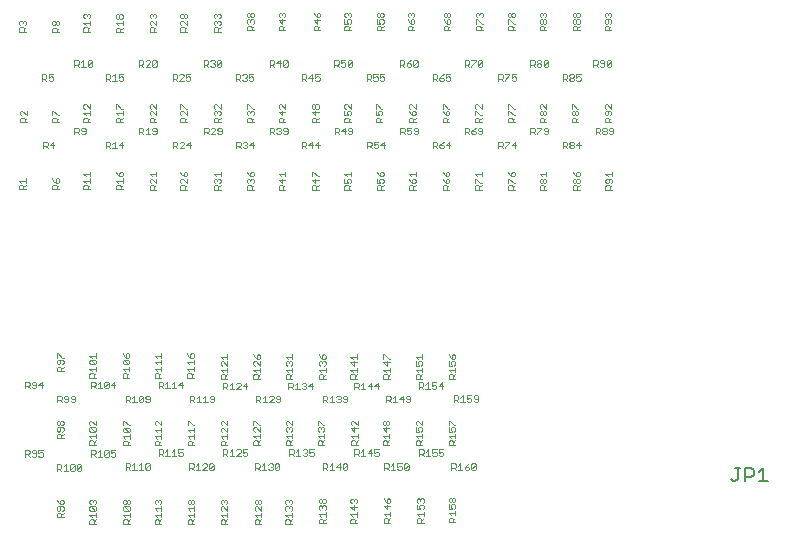
<source format=gto>
G75*
%MOIN*%
%OFA0B0*%
%FSLAX25Y25*%
%IPPOS*%
%LPD*%
%AMOC8*
5,1,8,0,0,1.08239X$1,22.5*
%
%ADD10C,0.00200*%
%ADD11C,0.00500*%
D10*
X0065154Y0034010D02*
X0065154Y0036212D01*
X0066254Y0036212D01*
X0066621Y0035845D01*
X0066621Y0035111D01*
X0066254Y0034744D01*
X0065154Y0034744D01*
X0065888Y0034744D02*
X0066621Y0034010D01*
X0067363Y0034377D02*
X0067730Y0034010D01*
X0068464Y0034010D01*
X0068831Y0034377D01*
X0068831Y0035845D01*
X0068464Y0036212D01*
X0067730Y0036212D01*
X0067363Y0035845D01*
X0067363Y0035478D01*
X0067730Y0035111D01*
X0068831Y0035111D01*
X0069573Y0035111D02*
X0070307Y0035478D01*
X0070674Y0035478D01*
X0071041Y0035111D01*
X0071041Y0034377D01*
X0070674Y0034010D01*
X0069940Y0034010D01*
X0069573Y0034377D01*
X0069573Y0035111D02*
X0069573Y0036212D01*
X0071041Y0036212D01*
X0075741Y0040162D02*
X0075741Y0041263D01*
X0076108Y0041630D01*
X0076842Y0041630D01*
X0077209Y0041263D01*
X0077209Y0040162D01*
X0077943Y0040162D02*
X0075741Y0040162D01*
X0077209Y0040896D02*
X0077943Y0041630D01*
X0077576Y0042372D02*
X0077943Y0042739D01*
X0077943Y0043472D01*
X0077576Y0043839D01*
X0076108Y0043839D01*
X0075741Y0043472D01*
X0075741Y0042739D01*
X0076108Y0042372D01*
X0076475Y0042372D01*
X0076842Y0042739D01*
X0076842Y0043839D01*
X0077209Y0044581D02*
X0076842Y0044948D01*
X0076842Y0045682D01*
X0077209Y0046049D01*
X0077576Y0046049D01*
X0077943Y0045682D01*
X0077943Y0044948D01*
X0077576Y0044581D01*
X0077209Y0044581D01*
X0076842Y0044948D02*
X0076475Y0044581D01*
X0076108Y0044581D01*
X0075741Y0044948D01*
X0075741Y0045682D01*
X0076108Y0046049D01*
X0076475Y0046049D01*
X0076842Y0045682D01*
X0077367Y0052092D02*
X0076633Y0052826D01*
X0077000Y0052826D02*
X0075899Y0052826D01*
X0075899Y0052092D02*
X0075899Y0054294D01*
X0077000Y0054294D01*
X0077367Y0053927D01*
X0077367Y0053193D01*
X0077000Y0052826D01*
X0078109Y0052459D02*
X0078476Y0052092D01*
X0079210Y0052092D01*
X0079577Y0052459D01*
X0079577Y0053927D01*
X0079210Y0054294D01*
X0078476Y0054294D01*
X0078109Y0053927D01*
X0078109Y0053560D01*
X0078476Y0053193D01*
X0079577Y0053193D01*
X0080319Y0053560D02*
X0080686Y0053193D01*
X0081787Y0053193D01*
X0081787Y0052459D02*
X0081787Y0053927D01*
X0081420Y0054294D01*
X0080686Y0054294D01*
X0080319Y0053927D01*
X0080319Y0053560D01*
X0080319Y0052459D02*
X0080686Y0052092D01*
X0081420Y0052092D01*
X0081787Y0052459D01*
X0087144Y0056817D02*
X0087144Y0059018D01*
X0088245Y0059018D01*
X0088612Y0058651D01*
X0088612Y0057917D01*
X0088245Y0057550D01*
X0087144Y0057550D01*
X0087878Y0057550D02*
X0088612Y0056817D01*
X0089354Y0056817D02*
X0090822Y0056817D01*
X0090088Y0056817D02*
X0090088Y0059018D01*
X0089354Y0058284D01*
X0088794Y0060364D02*
X0086592Y0060364D01*
X0086592Y0061465D01*
X0086959Y0061832D01*
X0087693Y0061832D01*
X0088060Y0061465D01*
X0088060Y0060364D01*
X0088060Y0061098D02*
X0088794Y0061832D01*
X0088794Y0062574D02*
X0088794Y0064042D01*
X0088794Y0063308D02*
X0086592Y0063308D01*
X0087326Y0062574D01*
X0086959Y0064784D02*
X0086592Y0065151D01*
X0086592Y0065885D01*
X0086959Y0066252D01*
X0088427Y0064784D01*
X0088794Y0065151D01*
X0088794Y0065885D01*
X0088427Y0066252D01*
X0086959Y0066252D01*
X0087326Y0066994D02*
X0086592Y0067728D01*
X0088794Y0067728D01*
X0088794Y0066994D02*
X0088794Y0068462D01*
X0088427Y0064784D02*
X0086959Y0064784D01*
X0091931Y0059018D02*
X0092665Y0059018D01*
X0093032Y0058651D01*
X0091564Y0057184D01*
X0091931Y0056817D01*
X0092665Y0056817D01*
X0093032Y0057184D01*
X0093032Y0058651D01*
X0093774Y0057917D02*
X0094875Y0059018D01*
X0094875Y0056817D01*
X0095242Y0057917D02*
X0093774Y0057917D01*
X0091931Y0059018D02*
X0091564Y0058651D01*
X0091564Y0057184D01*
X0097693Y0060364D02*
X0097693Y0061465D01*
X0098060Y0061832D01*
X0098794Y0061832D01*
X0099161Y0061465D01*
X0099161Y0060364D01*
X0099894Y0060364D02*
X0097693Y0060364D01*
X0099161Y0061098D02*
X0099894Y0061832D01*
X0099894Y0062574D02*
X0099894Y0064042D01*
X0099894Y0063308D02*
X0097693Y0063308D01*
X0098427Y0062574D01*
X0098060Y0064784D02*
X0097693Y0065151D01*
X0097693Y0065885D01*
X0098060Y0066252D01*
X0099528Y0064784D01*
X0099894Y0065151D01*
X0099894Y0065885D01*
X0099528Y0066252D01*
X0098060Y0066252D01*
X0098794Y0066994D02*
X0098794Y0068095D01*
X0099161Y0068462D01*
X0099528Y0068462D01*
X0099894Y0068095D01*
X0099894Y0067361D01*
X0099528Y0066994D01*
X0098794Y0066994D01*
X0098060Y0067728D01*
X0097693Y0068462D01*
X0098060Y0064784D02*
X0099528Y0064784D01*
X0108294Y0065518D02*
X0110496Y0065518D01*
X0110496Y0064784D02*
X0110496Y0066252D01*
X0110496Y0066994D02*
X0110496Y0068462D01*
X0110496Y0067728D02*
X0108294Y0067728D01*
X0109028Y0066994D01*
X0108294Y0065518D02*
X0109028Y0064784D01*
X0110496Y0064042D02*
X0110496Y0062574D01*
X0110496Y0063308D02*
X0108294Y0063308D01*
X0109028Y0062574D01*
X0108661Y0061832D02*
X0109395Y0061832D01*
X0109762Y0061465D01*
X0109762Y0060364D01*
X0110496Y0060364D02*
X0108294Y0060364D01*
X0108294Y0061465D01*
X0108661Y0061832D01*
X0109762Y0061098D02*
X0110496Y0061832D01*
X0110735Y0059018D02*
X0111102Y0058651D01*
X0111102Y0057917D01*
X0110735Y0057550D01*
X0109634Y0057550D01*
X0109634Y0056817D02*
X0109634Y0059018D01*
X0110735Y0059018D01*
X0111844Y0058284D02*
X0112578Y0059018D01*
X0112578Y0056817D01*
X0111844Y0056817D02*
X0113312Y0056817D01*
X0114054Y0056817D02*
X0115522Y0056817D01*
X0114788Y0056817D02*
X0114788Y0059018D01*
X0114054Y0058284D01*
X0116263Y0057917D02*
X0117364Y0059018D01*
X0117364Y0056817D01*
X0117731Y0057917D02*
X0116263Y0057917D01*
X0119145Y0060364D02*
X0119145Y0061465D01*
X0119512Y0061832D01*
X0120246Y0061832D01*
X0120613Y0061465D01*
X0120613Y0060364D01*
X0121347Y0060364D02*
X0119145Y0060364D01*
X0120613Y0061098D02*
X0121347Y0061832D01*
X0121347Y0062574D02*
X0121347Y0064042D01*
X0121347Y0063308D02*
X0119145Y0063308D01*
X0119879Y0062574D01*
X0119879Y0064784D02*
X0119145Y0065518D01*
X0121347Y0065518D01*
X0121347Y0064784D02*
X0121347Y0066252D01*
X0120980Y0066994D02*
X0121347Y0067361D01*
X0121347Y0068095D01*
X0120980Y0068462D01*
X0120613Y0068462D01*
X0120246Y0068095D01*
X0120246Y0066994D01*
X0120980Y0066994D01*
X0120246Y0066994D02*
X0119512Y0067728D01*
X0119145Y0068462D01*
X0130390Y0067334D02*
X0132592Y0067334D01*
X0132592Y0066600D02*
X0132592Y0068068D01*
X0131124Y0066600D02*
X0130390Y0067334D01*
X0130757Y0065858D02*
X0130390Y0065491D01*
X0130390Y0064757D01*
X0130757Y0064390D01*
X0130757Y0065858D02*
X0131124Y0065858D01*
X0132592Y0064390D01*
X0132592Y0065858D01*
X0132592Y0063648D02*
X0132592Y0062181D01*
X0132592Y0062915D02*
X0130390Y0062915D01*
X0131124Y0062181D01*
X0130757Y0061439D02*
X0131491Y0061439D01*
X0131858Y0061072D01*
X0131858Y0059971D01*
X0131858Y0060705D02*
X0132592Y0061439D01*
X0132592Y0059971D02*
X0130390Y0059971D01*
X0130390Y0061072D01*
X0130757Y0061439D01*
X0131087Y0058625D02*
X0132188Y0058625D01*
X0132555Y0058258D01*
X0132555Y0057524D01*
X0132188Y0057157D01*
X0131087Y0057157D01*
X0131821Y0057157D02*
X0132555Y0056423D01*
X0133296Y0056423D02*
X0134764Y0056423D01*
X0134030Y0056423D02*
X0134030Y0058625D01*
X0133296Y0057891D01*
X0135506Y0058258D02*
X0135873Y0058625D01*
X0136607Y0058625D01*
X0136974Y0058258D01*
X0136974Y0057891D01*
X0135506Y0056423D01*
X0136974Y0056423D01*
X0137716Y0057524D02*
X0139184Y0057524D01*
X0138817Y0058625D02*
X0137716Y0057524D01*
X0138817Y0056423D02*
X0138817Y0058625D01*
X0141241Y0059971D02*
X0141241Y0061072D01*
X0141608Y0061439D01*
X0142342Y0061439D01*
X0142709Y0061072D01*
X0142709Y0059971D01*
X0142709Y0060705D02*
X0143443Y0061439D01*
X0143443Y0062181D02*
X0143443Y0063648D01*
X0143443Y0062915D02*
X0141241Y0062915D01*
X0141975Y0062181D01*
X0141608Y0064390D02*
X0141241Y0064757D01*
X0141241Y0065491D01*
X0141608Y0065858D01*
X0141975Y0065858D01*
X0143443Y0064390D01*
X0143443Y0065858D01*
X0143076Y0066600D02*
X0143443Y0066967D01*
X0143443Y0067701D01*
X0143076Y0068068D01*
X0142709Y0068068D01*
X0142342Y0067701D01*
X0142342Y0066600D01*
X0143076Y0066600D01*
X0142342Y0066600D02*
X0141608Y0067334D01*
X0141241Y0068068D01*
X0151987Y0067334D02*
X0154189Y0067334D01*
X0154189Y0066600D02*
X0154189Y0068068D01*
X0152721Y0066600D02*
X0151987Y0067334D01*
X0152354Y0065858D02*
X0152721Y0065858D01*
X0153088Y0065491D01*
X0153455Y0065858D01*
X0153822Y0065858D01*
X0154189Y0065491D01*
X0154189Y0064757D01*
X0153822Y0064390D01*
X0154189Y0063648D02*
X0154189Y0062181D01*
X0154189Y0062915D02*
X0151987Y0062915D01*
X0152721Y0062181D01*
X0152354Y0061439D02*
X0153088Y0061439D01*
X0153455Y0061072D01*
X0153455Y0059971D01*
X0153455Y0060705D02*
X0154189Y0061439D01*
X0154189Y0059971D02*
X0151987Y0059971D01*
X0151987Y0061072D01*
X0152354Y0061439D01*
X0152354Y0064390D02*
X0151987Y0064757D01*
X0151987Y0065491D01*
X0152354Y0065858D01*
X0153088Y0065491D02*
X0153088Y0065124D01*
X0163088Y0064757D02*
X0163088Y0065491D01*
X0163455Y0065858D01*
X0163822Y0065858D01*
X0164189Y0065491D01*
X0164556Y0065858D01*
X0164923Y0065858D01*
X0165290Y0065491D01*
X0165290Y0064757D01*
X0164923Y0064390D01*
X0165290Y0063648D02*
X0165290Y0062181D01*
X0165290Y0062915D02*
X0163088Y0062915D01*
X0163822Y0062181D01*
X0163455Y0061439D02*
X0164189Y0061439D01*
X0164556Y0061072D01*
X0164556Y0059971D01*
X0164556Y0060705D02*
X0165290Y0061439D01*
X0165290Y0059971D02*
X0163088Y0059971D01*
X0163088Y0061072D01*
X0163455Y0061439D01*
X0163455Y0064390D02*
X0163088Y0064757D01*
X0164189Y0065124D02*
X0164189Y0065491D01*
X0164189Y0066600D02*
X0163455Y0067334D01*
X0163088Y0068068D01*
X0164189Y0067701D02*
X0164189Y0066600D01*
X0164923Y0066600D01*
X0165290Y0066967D01*
X0165290Y0067701D01*
X0164923Y0068068D01*
X0164556Y0068068D01*
X0164189Y0067701D01*
X0173545Y0067334D02*
X0175747Y0067334D01*
X0175747Y0066600D02*
X0175747Y0068068D01*
X0174279Y0066600D02*
X0173545Y0067334D01*
X0174646Y0065858D02*
X0174646Y0064390D01*
X0173545Y0065491D01*
X0175747Y0065491D01*
X0175747Y0063648D02*
X0175747Y0062181D01*
X0175747Y0062915D02*
X0173545Y0062915D01*
X0174279Y0062181D01*
X0173912Y0061439D02*
X0174646Y0061439D01*
X0175013Y0061072D01*
X0175013Y0059971D01*
X0175013Y0060705D02*
X0175747Y0061439D01*
X0175747Y0059971D02*
X0173545Y0059971D01*
X0173545Y0061072D01*
X0173912Y0061439D01*
X0174885Y0058625D02*
X0175986Y0058625D01*
X0176353Y0058258D01*
X0176353Y0057524D01*
X0175986Y0057157D01*
X0174885Y0057157D01*
X0175619Y0057157D02*
X0176353Y0056423D01*
X0177095Y0056423D02*
X0178563Y0056423D01*
X0177829Y0056423D02*
X0177829Y0058625D01*
X0177095Y0057891D01*
X0179305Y0057524D02*
X0180773Y0057524D01*
X0181515Y0057524D02*
X0182983Y0057524D01*
X0182616Y0058625D02*
X0181515Y0057524D01*
X0182616Y0056423D02*
X0182616Y0058625D01*
X0180406Y0058625D02*
X0180406Y0056423D01*
X0179305Y0057524D02*
X0180406Y0058625D01*
X0184541Y0059971D02*
X0184541Y0061072D01*
X0184908Y0061439D01*
X0185642Y0061439D01*
X0186009Y0061072D01*
X0186009Y0059971D01*
X0186743Y0059971D02*
X0184541Y0059971D01*
X0186009Y0060705D02*
X0186743Y0061439D01*
X0186743Y0062181D02*
X0186743Y0063648D01*
X0186743Y0062915D02*
X0184541Y0062915D01*
X0185275Y0062181D01*
X0185642Y0064390D02*
X0185642Y0065858D01*
X0186376Y0066600D02*
X0184908Y0068068D01*
X0184541Y0068068D01*
X0184541Y0066600D01*
X0184541Y0065491D02*
X0185642Y0064390D01*
X0186743Y0065491D02*
X0184541Y0065491D01*
X0186376Y0066600D02*
X0186743Y0066600D01*
X0195392Y0067334D02*
X0197594Y0067334D01*
X0197594Y0066600D02*
X0197594Y0068068D01*
X0196126Y0066600D02*
X0195392Y0067334D01*
X0195392Y0065858D02*
X0195392Y0064390D01*
X0196493Y0064390D01*
X0196126Y0065124D01*
X0196126Y0065491D01*
X0196493Y0065858D01*
X0197227Y0065858D01*
X0197594Y0065491D01*
X0197594Y0064757D01*
X0197227Y0064390D01*
X0197594Y0063648D02*
X0197594Y0062181D01*
X0197594Y0062915D02*
X0195392Y0062915D01*
X0196126Y0062181D01*
X0196493Y0061439D02*
X0196860Y0061072D01*
X0196860Y0059971D01*
X0196860Y0060705D02*
X0197594Y0061439D01*
X0196493Y0061439D02*
X0195759Y0061439D01*
X0195392Y0061072D01*
X0195392Y0059971D01*
X0197594Y0059971D01*
X0197439Y0058769D02*
X0197806Y0058402D01*
X0197806Y0057668D01*
X0197439Y0057301D01*
X0196338Y0057301D01*
X0197072Y0057301D02*
X0197806Y0056567D01*
X0198548Y0056567D02*
X0200016Y0056567D01*
X0199282Y0056567D02*
X0199282Y0058769D01*
X0198548Y0058035D01*
X0197439Y0058769D02*
X0196338Y0058769D01*
X0196338Y0056567D01*
X0193584Y0053927D02*
X0193217Y0054294D01*
X0192483Y0054294D01*
X0192116Y0053927D01*
X0192116Y0053560D01*
X0192483Y0053193D01*
X0193584Y0053193D01*
X0193584Y0052459D02*
X0193584Y0053927D01*
X0193584Y0052459D02*
X0193217Y0052092D01*
X0192483Y0052092D01*
X0192116Y0052459D01*
X0191374Y0053193D02*
X0189906Y0053193D01*
X0191007Y0054294D01*
X0191007Y0052092D01*
X0189164Y0052092D02*
X0187696Y0052092D01*
X0188430Y0052092D02*
X0188430Y0054294D01*
X0187696Y0053560D01*
X0186955Y0053193D02*
X0186588Y0052826D01*
X0185487Y0052826D01*
X0186221Y0052826D02*
X0186955Y0052092D01*
X0186955Y0053193D02*
X0186955Y0053927D01*
X0186588Y0054294D01*
X0185487Y0054294D01*
X0185487Y0052092D01*
X0185759Y0046049D02*
X0186126Y0046049D01*
X0186493Y0045682D01*
X0186493Y0044948D01*
X0186126Y0044581D01*
X0185759Y0044581D01*
X0185392Y0044948D01*
X0185392Y0045682D01*
X0185759Y0046049D01*
X0185392Y0045682D02*
X0185025Y0046049D01*
X0184658Y0046049D01*
X0184291Y0045682D01*
X0184291Y0044948D01*
X0184658Y0044581D01*
X0185025Y0044581D01*
X0185392Y0044948D01*
X0185392Y0043839D02*
X0185392Y0042372D01*
X0184291Y0043472D01*
X0186493Y0043472D01*
X0186493Y0041630D02*
X0186493Y0040162D01*
X0186493Y0040896D02*
X0184291Y0040896D01*
X0185025Y0040162D01*
X0185392Y0039420D02*
X0185759Y0039053D01*
X0185759Y0037952D01*
X0185759Y0038686D02*
X0186493Y0039420D01*
X0185392Y0039420D02*
X0184658Y0039420D01*
X0184291Y0039053D01*
X0184291Y0037952D01*
X0186493Y0037952D01*
X0183021Y0036462D02*
X0181553Y0036462D01*
X0181553Y0035361D01*
X0182287Y0035728D01*
X0182654Y0035728D01*
X0183021Y0035361D01*
X0183021Y0034627D01*
X0182654Y0034260D01*
X0181920Y0034260D01*
X0181553Y0034627D01*
X0180811Y0035361D02*
X0179343Y0035361D01*
X0180444Y0036462D01*
X0180444Y0034260D01*
X0178601Y0034260D02*
X0177134Y0034260D01*
X0177867Y0034260D02*
X0177867Y0036462D01*
X0177134Y0035728D01*
X0176392Y0036095D02*
X0176392Y0035361D01*
X0176025Y0034994D01*
X0174924Y0034994D01*
X0175658Y0034994D02*
X0176392Y0034260D01*
X0174924Y0034260D02*
X0174924Y0036462D01*
X0176025Y0036462D01*
X0176392Y0036095D01*
X0176035Y0037952D02*
X0173834Y0037952D01*
X0173834Y0039053D01*
X0174201Y0039420D01*
X0174934Y0039420D01*
X0175301Y0039053D01*
X0175301Y0037952D01*
X0175301Y0038686D02*
X0176035Y0039420D01*
X0176035Y0040162D02*
X0176035Y0041630D01*
X0176035Y0040896D02*
X0173834Y0040896D01*
X0174568Y0040162D01*
X0174934Y0042372D02*
X0174934Y0043839D01*
X0174201Y0044581D02*
X0173834Y0044948D01*
X0173834Y0045682D01*
X0174201Y0046049D01*
X0174568Y0046049D01*
X0176035Y0044581D01*
X0176035Y0046049D01*
X0176035Y0043472D02*
X0173834Y0043472D01*
X0174934Y0042372D01*
X0164935Y0042739D02*
X0164568Y0042372D01*
X0164935Y0042739D02*
X0164935Y0043472D01*
X0164568Y0043839D01*
X0164201Y0043839D01*
X0163834Y0043472D01*
X0163834Y0043105D01*
X0163834Y0043472D02*
X0163467Y0043839D01*
X0163100Y0043839D01*
X0162733Y0043472D01*
X0162733Y0042739D01*
X0163100Y0042372D01*
X0162733Y0040896D02*
X0164935Y0040896D01*
X0164935Y0040162D02*
X0164935Y0041630D01*
X0163467Y0040162D02*
X0162733Y0040896D01*
X0163100Y0039420D02*
X0163834Y0039420D01*
X0164201Y0039053D01*
X0164201Y0037952D01*
X0164935Y0037952D02*
X0162733Y0037952D01*
X0162733Y0039053D01*
X0163100Y0039420D01*
X0164201Y0038686D02*
X0164935Y0039420D01*
X0161319Y0036462D02*
X0159851Y0036462D01*
X0159851Y0035361D01*
X0160585Y0035728D01*
X0160952Y0035728D01*
X0161319Y0035361D01*
X0161319Y0034627D01*
X0160952Y0034260D01*
X0160218Y0034260D01*
X0159851Y0034627D01*
X0159109Y0034627D02*
X0158742Y0034260D01*
X0158008Y0034260D01*
X0157641Y0034627D01*
X0156899Y0034260D02*
X0155431Y0034260D01*
X0156165Y0034260D02*
X0156165Y0036462D01*
X0155431Y0035728D01*
X0154689Y0036095D02*
X0154689Y0035361D01*
X0154322Y0034994D01*
X0153221Y0034994D01*
X0153221Y0034260D02*
X0153221Y0036462D01*
X0154322Y0036462D01*
X0154689Y0036095D01*
X0153955Y0034994D02*
X0154689Y0034260D01*
X0157641Y0036095D02*
X0158008Y0036462D01*
X0158742Y0036462D01*
X0159109Y0036095D01*
X0159109Y0035728D01*
X0158742Y0035361D01*
X0159109Y0034994D01*
X0159109Y0034627D01*
X0158742Y0035361D02*
X0158375Y0035361D01*
X0154189Y0037952D02*
X0151987Y0037952D01*
X0151987Y0039053D01*
X0152354Y0039420D01*
X0153088Y0039420D01*
X0153455Y0039053D01*
X0153455Y0037952D01*
X0153455Y0038686D02*
X0154189Y0039420D01*
X0154189Y0040162D02*
X0154189Y0041630D01*
X0154189Y0040896D02*
X0151987Y0040896D01*
X0152721Y0040162D01*
X0152354Y0042372D02*
X0151987Y0042739D01*
X0151987Y0043472D01*
X0152354Y0043839D01*
X0152721Y0043839D01*
X0153088Y0043472D01*
X0153455Y0043839D01*
X0153822Y0043839D01*
X0154189Y0043472D01*
X0154189Y0042739D01*
X0153822Y0042372D01*
X0153088Y0043105D02*
X0153088Y0043472D01*
X0152354Y0044581D02*
X0151987Y0044948D01*
X0151987Y0045682D01*
X0152354Y0046049D01*
X0152721Y0046049D01*
X0154189Y0044581D01*
X0154189Y0046049D01*
X0149812Y0052092D02*
X0150179Y0052459D01*
X0150179Y0053927D01*
X0149812Y0054294D01*
X0149079Y0054294D01*
X0148712Y0053927D01*
X0148712Y0053560D01*
X0149079Y0053193D01*
X0150179Y0053193D01*
X0149812Y0052092D02*
X0149079Y0052092D01*
X0148712Y0052459D01*
X0147970Y0052092D02*
X0146502Y0052092D01*
X0147970Y0053560D01*
X0147970Y0053927D01*
X0147603Y0054294D01*
X0146869Y0054294D01*
X0146502Y0053927D01*
X0145026Y0054294D02*
X0145026Y0052092D01*
X0144292Y0052092D02*
X0145760Y0052092D01*
X0144292Y0053560D02*
X0145026Y0054294D01*
X0143550Y0053927D02*
X0143550Y0053193D01*
X0143183Y0052826D01*
X0142082Y0052826D01*
X0142816Y0052826D02*
X0143550Y0052092D01*
X0142082Y0052092D02*
X0142082Y0054294D01*
X0143183Y0054294D01*
X0143550Y0053927D01*
X0143443Y0059971D02*
X0141241Y0059971D01*
X0131087Y0058625D02*
X0131087Y0056423D01*
X0128189Y0053927D02*
X0127822Y0054294D01*
X0127088Y0054294D01*
X0126721Y0053927D01*
X0126721Y0053560D01*
X0127088Y0053193D01*
X0128189Y0053193D01*
X0128189Y0052459D02*
X0128189Y0053927D01*
X0128189Y0052459D02*
X0127822Y0052092D01*
X0127088Y0052092D01*
X0126721Y0052459D01*
X0125979Y0052092D02*
X0124511Y0052092D01*
X0125245Y0052092D02*
X0125245Y0054294D01*
X0124511Y0053560D01*
X0123769Y0052092D02*
X0122301Y0052092D01*
X0123035Y0052092D02*
X0123035Y0054294D01*
X0122301Y0053560D01*
X0121559Y0053193D02*
X0121192Y0052826D01*
X0120091Y0052826D01*
X0120091Y0052092D02*
X0120091Y0054294D01*
X0121192Y0054294D01*
X0121559Y0053927D01*
X0121559Y0053193D01*
X0120825Y0052826D02*
X0121559Y0052092D01*
X0119656Y0045905D02*
X0121124Y0044437D01*
X0121491Y0044437D01*
X0121491Y0043695D02*
X0121491Y0042227D01*
X0121491Y0042961D02*
X0119289Y0042961D01*
X0120023Y0042227D01*
X0121491Y0041485D02*
X0121491Y0040018D01*
X0121491Y0040752D02*
X0119289Y0040752D01*
X0120023Y0040018D01*
X0119656Y0039276D02*
X0120390Y0039276D01*
X0120757Y0038909D01*
X0120757Y0037808D01*
X0120757Y0038542D02*
X0121491Y0039276D01*
X0121491Y0037808D02*
X0119289Y0037808D01*
X0119289Y0038909D01*
X0119656Y0039276D01*
X0117731Y0036462D02*
X0116263Y0036462D01*
X0116263Y0035361D01*
X0116997Y0035728D01*
X0117364Y0035728D01*
X0117731Y0035361D01*
X0117731Y0034627D01*
X0117364Y0034260D01*
X0116630Y0034260D01*
X0116263Y0034627D01*
X0115522Y0034260D02*
X0114054Y0034260D01*
X0114788Y0034260D02*
X0114788Y0036462D01*
X0114054Y0035728D01*
X0113312Y0034260D02*
X0111844Y0034260D01*
X0112578Y0034260D02*
X0112578Y0036462D01*
X0111844Y0035728D01*
X0111102Y0036095D02*
X0110735Y0036462D01*
X0109634Y0036462D01*
X0109634Y0034260D01*
X0109634Y0034994D02*
X0110735Y0034994D01*
X0111102Y0035361D01*
X0111102Y0036095D01*
X0110368Y0034994D02*
X0111102Y0034260D01*
X0110496Y0037808D02*
X0108294Y0037808D01*
X0108294Y0038909D01*
X0108661Y0039276D01*
X0109395Y0039276D01*
X0109762Y0038909D01*
X0109762Y0037808D01*
X0109762Y0038542D02*
X0110496Y0039276D01*
X0110496Y0040018D02*
X0110496Y0041485D01*
X0110496Y0040752D02*
X0108294Y0040752D01*
X0109028Y0040018D01*
X0109028Y0042227D02*
X0108294Y0042961D01*
X0110496Y0042961D01*
X0110496Y0042227D02*
X0110496Y0043695D01*
X0110496Y0044437D02*
X0109028Y0045905D01*
X0108661Y0045905D01*
X0108294Y0045538D01*
X0108294Y0044804D01*
X0108661Y0044437D01*
X0110496Y0044437D02*
X0110496Y0045905D01*
X0106369Y0052092D02*
X0106736Y0052459D01*
X0106736Y0053927D01*
X0106369Y0054294D01*
X0105635Y0054294D01*
X0105268Y0053927D01*
X0105268Y0053560D01*
X0105635Y0053193D01*
X0106736Y0053193D01*
X0106369Y0052092D02*
X0105635Y0052092D01*
X0105268Y0052459D01*
X0104526Y0052459D02*
X0104159Y0052092D01*
X0103425Y0052092D01*
X0103058Y0052459D01*
X0104526Y0053927D01*
X0104526Y0052459D01*
X0103058Y0052459D02*
X0103058Y0053927D01*
X0103425Y0054294D01*
X0104159Y0054294D01*
X0104526Y0053927D01*
X0102316Y0052092D02*
X0100848Y0052092D01*
X0101582Y0052092D02*
X0101582Y0054294D01*
X0100848Y0053560D01*
X0100106Y0053193D02*
X0099740Y0052826D01*
X0098639Y0052826D01*
X0099373Y0052826D02*
X0100106Y0052092D01*
X0100106Y0053193D02*
X0100106Y0053927D01*
X0099740Y0054294D01*
X0098639Y0054294D01*
X0098639Y0052092D01*
X0098204Y0045905D02*
X0099672Y0044437D01*
X0100039Y0044437D01*
X0099672Y0043695D02*
X0100039Y0043328D01*
X0100039Y0042594D01*
X0099672Y0042227D01*
X0098204Y0043695D01*
X0099672Y0043695D01*
X0099672Y0042227D02*
X0098204Y0042227D01*
X0097837Y0042594D01*
X0097837Y0043328D01*
X0098204Y0043695D01*
X0097837Y0044437D02*
X0097837Y0045905D01*
X0098204Y0045905D01*
X0100039Y0041485D02*
X0100039Y0040018D01*
X0100039Y0040752D02*
X0097837Y0040752D01*
X0098571Y0040018D01*
X0098938Y0039276D02*
X0099305Y0038909D01*
X0099305Y0037808D01*
X0100039Y0037808D02*
X0097837Y0037808D01*
X0097837Y0038909D01*
X0098204Y0039276D01*
X0098938Y0039276D01*
X0099305Y0038542D02*
X0100039Y0039276D01*
X0095242Y0036212D02*
X0093774Y0036212D01*
X0093774Y0035111D01*
X0094508Y0035478D01*
X0094875Y0035478D01*
X0095242Y0035111D01*
X0095242Y0034377D01*
X0094875Y0034010D01*
X0094141Y0034010D01*
X0093774Y0034377D01*
X0093032Y0034377D02*
X0092665Y0034010D01*
X0091931Y0034010D01*
X0091564Y0034377D01*
X0093032Y0035845D01*
X0093032Y0034377D01*
X0093032Y0035845D02*
X0092665Y0036212D01*
X0091931Y0036212D01*
X0091564Y0035845D01*
X0091564Y0034377D01*
X0090822Y0034010D02*
X0089354Y0034010D01*
X0090088Y0034010D02*
X0090088Y0036212D01*
X0089354Y0035478D01*
X0088612Y0035111D02*
X0088245Y0034744D01*
X0087144Y0034744D01*
X0087144Y0034010D02*
X0087144Y0036212D01*
X0088245Y0036212D01*
X0088612Y0035845D01*
X0088612Y0035111D01*
X0087878Y0034744D02*
X0088612Y0034010D01*
X0088688Y0037952D02*
X0086486Y0037952D01*
X0086486Y0039053D01*
X0086853Y0039420D01*
X0087587Y0039420D01*
X0087954Y0039053D01*
X0087954Y0037952D01*
X0087954Y0038686D02*
X0088688Y0039420D01*
X0088688Y0040162D02*
X0088688Y0041630D01*
X0088688Y0040896D02*
X0086486Y0040896D01*
X0087220Y0040162D01*
X0086853Y0042372D02*
X0086486Y0042739D01*
X0086486Y0043472D01*
X0086853Y0043839D01*
X0088321Y0042372D01*
X0088688Y0042739D01*
X0088688Y0043472D01*
X0088321Y0043839D01*
X0086853Y0043839D01*
X0086853Y0044581D02*
X0086486Y0044948D01*
X0086486Y0045682D01*
X0086853Y0046049D01*
X0087220Y0046049D01*
X0088688Y0044581D01*
X0088688Y0046049D01*
X0088321Y0042372D02*
X0086853Y0042372D01*
X0098639Y0031881D02*
X0099740Y0031881D01*
X0100106Y0031514D01*
X0100106Y0030780D01*
X0099740Y0030413D01*
X0098639Y0030413D01*
X0098639Y0029680D02*
X0098639Y0031881D01*
X0099373Y0030413D02*
X0100106Y0029680D01*
X0100848Y0029680D02*
X0102316Y0029680D01*
X0101582Y0029680D02*
X0101582Y0031881D01*
X0100848Y0031147D01*
X0103058Y0031147D02*
X0103792Y0031881D01*
X0103792Y0029680D01*
X0103058Y0029680D02*
X0104526Y0029680D01*
X0105268Y0030047D02*
X0106736Y0031514D01*
X0106736Y0030047D01*
X0106369Y0029680D01*
X0105635Y0029680D01*
X0105268Y0030047D01*
X0105268Y0031514D01*
X0105635Y0031881D01*
X0106369Y0031881D01*
X0106736Y0031514D01*
X0119842Y0031737D02*
X0119842Y0029535D01*
X0119842Y0030269D02*
X0120943Y0030269D01*
X0121310Y0030636D01*
X0121310Y0031370D01*
X0120943Y0031737D01*
X0119842Y0031737D01*
X0120576Y0030269D02*
X0121310Y0029535D01*
X0122052Y0029535D02*
X0123520Y0029535D01*
X0122786Y0029535D02*
X0122786Y0031737D01*
X0122052Y0031003D01*
X0124261Y0031370D02*
X0124628Y0031737D01*
X0125362Y0031737D01*
X0125729Y0031370D01*
X0125729Y0031003D01*
X0124261Y0029535D01*
X0125729Y0029535D01*
X0126471Y0029902D02*
X0127939Y0031370D01*
X0127939Y0029902D01*
X0127572Y0029535D01*
X0126838Y0029535D01*
X0126471Y0029902D01*
X0126471Y0031370D01*
X0126838Y0031737D01*
X0127572Y0031737D01*
X0127939Y0031370D01*
X0131087Y0034260D02*
X0131087Y0036462D01*
X0132188Y0036462D01*
X0132555Y0036095D01*
X0132555Y0035361D01*
X0132188Y0034994D01*
X0131087Y0034994D01*
X0131821Y0034994D02*
X0132555Y0034260D01*
X0133296Y0034260D02*
X0134764Y0034260D01*
X0134030Y0034260D02*
X0134030Y0036462D01*
X0133296Y0035728D01*
X0132592Y0037808D02*
X0130390Y0037808D01*
X0130390Y0038909D01*
X0130757Y0039276D01*
X0131491Y0039276D01*
X0131858Y0038909D01*
X0131858Y0037808D01*
X0131858Y0038542D02*
X0132592Y0039276D01*
X0132592Y0040018D02*
X0132592Y0041485D01*
X0132592Y0040752D02*
X0130390Y0040752D01*
X0131124Y0040018D01*
X0130757Y0042227D02*
X0130390Y0042594D01*
X0130390Y0043328D01*
X0130757Y0043695D01*
X0131124Y0043695D01*
X0132592Y0042227D01*
X0132592Y0043695D01*
X0132592Y0044437D02*
X0131124Y0045905D01*
X0130757Y0045905D01*
X0130390Y0045538D01*
X0130390Y0044804D01*
X0130757Y0044437D01*
X0132592Y0044437D02*
X0132592Y0045905D01*
X0141241Y0046049D02*
X0141241Y0044581D01*
X0141608Y0043839D02*
X0141241Y0043472D01*
X0141241Y0042739D01*
X0141608Y0042372D01*
X0141608Y0043839D02*
X0141975Y0043839D01*
X0143443Y0042372D01*
X0143443Y0043839D01*
X0143443Y0044581D02*
X0143076Y0044581D01*
X0141608Y0046049D01*
X0141241Y0046049D01*
X0143443Y0041630D02*
X0143443Y0040162D01*
X0143443Y0040896D02*
X0141241Y0040896D01*
X0141975Y0040162D01*
X0141608Y0039420D02*
X0142342Y0039420D01*
X0142709Y0039053D01*
X0142709Y0037952D01*
X0142709Y0038686D02*
X0143443Y0039420D01*
X0143443Y0037952D02*
X0141241Y0037952D01*
X0141241Y0039053D01*
X0141608Y0039420D01*
X0139184Y0036462D02*
X0137716Y0036462D01*
X0137716Y0035361D01*
X0138450Y0035728D01*
X0138817Y0035728D01*
X0139184Y0035361D01*
X0139184Y0034627D01*
X0138817Y0034260D01*
X0138083Y0034260D01*
X0137716Y0034627D01*
X0136974Y0034260D02*
X0135506Y0034260D01*
X0136974Y0035728D01*
X0136974Y0036095D01*
X0136607Y0036462D01*
X0135873Y0036462D01*
X0135506Y0036095D01*
X0141832Y0031737D02*
X0141832Y0029535D01*
X0141832Y0030269D02*
X0142933Y0030269D01*
X0143300Y0030636D01*
X0143300Y0031370D01*
X0142933Y0031737D01*
X0141832Y0031737D01*
X0142566Y0030269D02*
X0143300Y0029535D01*
X0144042Y0029535D02*
X0145510Y0029535D01*
X0144776Y0029535D02*
X0144776Y0031737D01*
X0144042Y0031003D01*
X0146252Y0031370D02*
X0146619Y0031737D01*
X0147353Y0031737D01*
X0147720Y0031370D01*
X0147720Y0031003D01*
X0147353Y0030636D01*
X0147720Y0030269D01*
X0147720Y0029902D01*
X0147353Y0029535D01*
X0146619Y0029535D01*
X0146252Y0029902D01*
X0146986Y0030636D02*
X0147353Y0030636D01*
X0148462Y0029902D02*
X0149930Y0031370D01*
X0149930Y0029902D01*
X0149563Y0029535D01*
X0148829Y0029535D01*
X0148462Y0029902D01*
X0148462Y0031370D01*
X0148829Y0031737D01*
X0149563Y0031737D01*
X0149930Y0031370D01*
X0164466Y0031737D02*
X0164466Y0029535D01*
X0164466Y0030269D02*
X0165567Y0030269D01*
X0165934Y0030636D01*
X0165934Y0031370D01*
X0165567Y0031737D01*
X0164466Y0031737D01*
X0165200Y0030269D02*
X0165934Y0029535D01*
X0166676Y0029535D02*
X0168144Y0029535D01*
X0167410Y0029535D02*
X0167410Y0031737D01*
X0166676Y0031003D01*
X0168886Y0030636D02*
X0169987Y0031737D01*
X0169987Y0029535D01*
X0170354Y0030636D02*
X0168886Y0030636D01*
X0171096Y0029902D02*
X0172564Y0031370D01*
X0172564Y0029902D01*
X0172197Y0029535D01*
X0171463Y0029535D01*
X0171096Y0029902D01*
X0171096Y0031370D01*
X0171463Y0031737D01*
X0172197Y0031737D01*
X0172564Y0031370D01*
X0184843Y0031737D02*
X0184843Y0029535D01*
X0184843Y0030269D02*
X0185944Y0030269D01*
X0186311Y0030636D01*
X0186311Y0031370D01*
X0185944Y0031737D01*
X0184843Y0031737D01*
X0185577Y0030269D02*
X0186311Y0029535D01*
X0187053Y0029535D02*
X0188521Y0029535D01*
X0187787Y0029535D02*
X0187787Y0031737D01*
X0187053Y0031003D01*
X0189263Y0030636D02*
X0189997Y0031003D01*
X0190364Y0031003D01*
X0190731Y0030636D01*
X0190731Y0029902D01*
X0190364Y0029535D01*
X0189630Y0029535D01*
X0189263Y0029902D01*
X0189263Y0030636D02*
X0189263Y0031737D01*
X0190731Y0031737D01*
X0191473Y0031370D02*
X0191840Y0031737D01*
X0192574Y0031737D01*
X0192941Y0031370D01*
X0191473Y0029902D01*
X0191840Y0029535D01*
X0192574Y0029535D01*
X0192941Y0029902D01*
X0192941Y0031370D01*
X0191473Y0031370D02*
X0191473Y0029902D01*
X0196482Y0034260D02*
X0196482Y0036462D01*
X0197583Y0036462D01*
X0197950Y0036095D01*
X0197950Y0035361D01*
X0197583Y0034994D01*
X0196482Y0034994D01*
X0197216Y0034994D02*
X0197950Y0034260D01*
X0198692Y0034260D02*
X0200160Y0034260D01*
X0199426Y0034260D02*
X0199426Y0036462D01*
X0198692Y0035728D01*
X0200902Y0035361D02*
X0201636Y0035728D01*
X0202003Y0035728D01*
X0202370Y0035361D01*
X0202370Y0034627D01*
X0202003Y0034260D01*
X0201269Y0034260D01*
X0200902Y0034627D01*
X0200902Y0035361D02*
X0200902Y0036462D01*
X0202370Y0036462D01*
X0203112Y0036462D02*
X0203112Y0035361D01*
X0203845Y0035728D01*
X0204212Y0035728D01*
X0204579Y0035361D01*
X0204579Y0034627D01*
X0204212Y0034260D01*
X0203479Y0034260D01*
X0203112Y0034627D01*
X0203112Y0036462D02*
X0204579Y0036462D01*
X0206387Y0037952D02*
X0206387Y0039053D01*
X0206754Y0039420D01*
X0207488Y0039420D01*
X0207855Y0039053D01*
X0207855Y0037952D01*
X0207855Y0038686D02*
X0208589Y0039420D01*
X0208589Y0040162D02*
X0208589Y0041630D01*
X0208589Y0040896D02*
X0206387Y0040896D01*
X0207121Y0040162D01*
X0207488Y0042372D02*
X0207121Y0043105D01*
X0207121Y0043472D01*
X0207488Y0043839D01*
X0208222Y0043839D01*
X0208589Y0043472D01*
X0208589Y0042739D01*
X0208222Y0042372D01*
X0207488Y0042372D02*
X0206387Y0042372D01*
X0206387Y0043839D01*
X0206387Y0044581D02*
X0206387Y0046049D01*
X0206754Y0046049D01*
X0208222Y0044581D01*
X0208589Y0044581D01*
X0197594Y0044581D02*
X0196126Y0046049D01*
X0195759Y0046049D01*
X0195392Y0045682D01*
X0195392Y0044948D01*
X0195759Y0044581D01*
X0195392Y0043839D02*
X0195392Y0042372D01*
X0196493Y0042372D01*
X0196126Y0043105D01*
X0196126Y0043472D01*
X0196493Y0043839D01*
X0197227Y0043839D01*
X0197594Y0043472D01*
X0197594Y0042739D01*
X0197227Y0042372D01*
X0197594Y0041630D02*
X0197594Y0040162D01*
X0197594Y0040896D02*
X0195392Y0040896D01*
X0196126Y0040162D01*
X0196493Y0039420D02*
X0196860Y0039053D01*
X0196860Y0037952D01*
X0197594Y0037952D02*
X0195392Y0037952D01*
X0195392Y0039053D01*
X0195759Y0039420D01*
X0196493Y0039420D01*
X0196860Y0038686D02*
X0197594Y0039420D01*
X0197594Y0044581D02*
X0197594Y0046049D01*
X0208015Y0052236D02*
X0208015Y0054438D01*
X0209116Y0054438D01*
X0209483Y0054071D01*
X0209483Y0053337D01*
X0209116Y0052970D01*
X0208015Y0052970D01*
X0208749Y0052970D02*
X0209483Y0052236D01*
X0210225Y0052236D02*
X0211693Y0052236D01*
X0210959Y0052236D02*
X0210959Y0054438D01*
X0210225Y0053704D01*
X0212435Y0053337D02*
X0212435Y0054438D01*
X0213903Y0054438D01*
X0213536Y0053704D02*
X0213903Y0053337D01*
X0213903Y0052603D01*
X0213536Y0052236D01*
X0212802Y0052236D01*
X0212435Y0052603D01*
X0212435Y0053337D02*
X0213169Y0053704D01*
X0213536Y0053704D01*
X0214645Y0053704D02*
X0215012Y0053337D01*
X0216113Y0053337D01*
X0216113Y0052603D02*
X0216113Y0054071D01*
X0215746Y0054438D01*
X0215012Y0054438D01*
X0214645Y0054071D01*
X0214645Y0053704D01*
X0214645Y0052603D02*
X0215012Y0052236D01*
X0215746Y0052236D01*
X0216113Y0052603D01*
X0208589Y0059971D02*
X0206387Y0059971D01*
X0206387Y0061072D01*
X0206754Y0061439D01*
X0207488Y0061439D01*
X0207855Y0061072D01*
X0207855Y0059971D01*
X0207855Y0060705D02*
X0208589Y0061439D01*
X0208589Y0062181D02*
X0208589Y0063648D01*
X0208589Y0062915D02*
X0206387Y0062915D01*
X0207121Y0062181D01*
X0207488Y0064390D02*
X0207121Y0065124D01*
X0207121Y0065491D01*
X0207488Y0065858D01*
X0208222Y0065858D01*
X0208589Y0065491D01*
X0208589Y0064757D01*
X0208222Y0064390D01*
X0207488Y0064390D02*
X0206387Y0064390D01*
X0206387Y0065858D01*
X0207488Y0066600D02*
X0207488Y0067701D01*
X0207855Y0068068D01*
X0208222Y0068068D01*
X0208589Y0067701D01*
X0208589Y0066967D01*
X0208222Y0066600D01*
X0207488Y0066600D01*
X0206754Y0067334D01*
X0206387Y0068068D01*
X0204068Y0058769D02*
X0202967Y0057668D01*
X0204435Y0057668D01*
X0204068Y0056567D02*
X0204068Y0058769D01*
X0202225Y0058769D02*
X0200758Y0058769D01*
X0200758Y0057668D01*
X0201492Y0058035D01*
X0201858Y0058035D01*
X0202225Y0057668D01*
X0202225Y0056934D01*
X0201858Y0056567D01*
X0201125Y0056567D01*
X0200758Y0056934D01*
X0174885Y0056423D02*
X0174885Y0058625D01*
X0172158Y0054294D02*
X0171424Y0054294D01*
X0171057Y0053927D01*
X0171057Y0053560D01*
X0171424Y0053193D01*
X0172525Y0053193D01*
X0172525Y0052459D02*
X0172525Y0053927D01*
X0172158Y0054294D01*
X0172525Y0052459D02*
X0172158Y0052092D01*
X0171424Y0052092D01*
X0171057Y0052459D01*
X0170315Y0052459D02*
X0169948Y0052092D01*
X0169214Y0052092D01*
X0168847Y0052459D01*
X0168105Y0052092D02*
X0166637Y0052092D01*
X0167371Y0052092D02*
X0167371Y0054294D01*
X0166637Y0053560D01*
X0165895Y0053193D02*
X0165528Y0052826D01*
X0164428Y0052826D01*
X0165162Y0052826D02*
X0165895Y0052092D01*
X0165895Y0053193D02*
X0165895Y0053927D01*
X0165528Y0054294D01*
X0164428Y0054294D01*
X0164428Y0052092D01*
X0168847Y0053927D02*
X0169214Y0054294D01*
X0169948Y0054294D01*
X0170315Y0053927D01*
X0170315Y0053560D01*
X0169948Y0053193D01*
X0170315Y0052826D01*
X0170315Y0052459D01*
X0169948Y0053193D02*
X0169581Y0053193D01*
X0160664Y0056423D02*
X0160664Y0058625D01*
X0159563Y0057524D01*
X0161031Y0057524D01*
X0158821Y0057891D02*
X0158454Y0057524D01*
X0158821Y0057157D01*
X0158821Y0056790D01*
X0158454Y0056423D01*
X0157720Y0056423D01*
X0157353Y0056790D01*
X0156611Y0056423D02*
X0155143Y0056423D01*
X0155877Y0056423D02*
X0155877Y0058625D01*
X0155143Y0057891D01*
X0154401Y0058258D02*
X0154401Y0057524D01*
X0154034Y0057157D01*
X0152933Y0057157D01*
X0153667Y0057157D02*
X0154401Y0056423D01*
X0152933Y0056423D02*
X0152933Y0058625D01*
X0154034Y0058625D01*
X0154401Y0058258D01*
X0157353Y0058258D02*
X0157720Y0058625D01*
X0158454Y0058625D01*
X0158821Y0058258D01*
X0158821Y0057891D01*
X0158454Y0057524D02*
X0158087Y0057524D01*
X0162733Y0046049D02*
X0163100Y0046049D01*
X0164568Y0044581D01*
X0164935Y0044581D01*
X0162733Y0044581D02*
X0162733Y0046049D01*
X0119656Y0045905D02*
X0119289Y0045905D01*
X0119289Y0044437D01*
X0111102Y0056817D02*
X0110368Y0057550D01*
X0077943Y0062574D02*
X0075741Y0062574D01*
X0075741Y0063675D01*
X0076108Y0064042D01*
X0076842Y0064042D01*
X0077209Y0063675D01*
X0077209Y0062574D01*
X0077209Y0063308D02*
X0077943Y0064042D01*
X0077576Y0064784D02*
X0077943Y0065151D01*
X0077943Y0065885D01*
X0077576Y0066252D01*
X0076108Y0066252D01*
X0075741Y0065885D01*
X0075741Y0065151D01*
X0076108Y0064784D01*
X0076475Y0064784D01*
X0076842Y0065151D01*
X0076842Y0066252D01*
X0077576Y0066994D02*
X0077943Y0066994D01*
X0077576Y0066994D02*
X0076108Y0068462D01*
X0075741Y0068462D01*
X0075741Y0066994D01*
X0070674Y0059018D02*
X0069573Y0057917D01*
X0071041Y0057917D01*
X0070674Y0056817D02*
X0070674Y0059018D01*
X0068831Y0058651D02*
X0068464Y0059018D01*
X0067730Y0059018D01*
X0067363Y0058651D01*
X0067363Y0058284D01*
X0067730Y0057917D01*
X0068831Y0057917D01*
X0068831Y0057184D02*
X0068831Y0058651D01*
X0068831Y0057184D02*
X0068464Y0056817D01*
X0067730Y0056817D01*
X0067363Y0057184D01*
X0066621Y0056817D02*
X0065888Y0057550D01*
X0066254Y0057550D02*
X0065154Y0057550D01*
X0065154Y0056817D02*
X0065154Y0059018D01*
X0066254Y0059018D01*
X0066621Y0058651D01*
X0066621Y0057917D01*
X0066254Y0057550D01*
X0075794Y0031488D02*
X0076895Y0031488D01*
X0077262Y0031121D01*
X0077262Y0030387D01*
X0076895Y0030020D01*
X0075794Y0030020D01*
X0076528Y0030020D02*
X0077262Y0029286D01*
X0078004Y0029286D02*
X0079471Y0029286D01*
X0078738Y0029286D02*
X0078738Y0031488D01*
X0078004Y0030754D01*
X0080213Y0031121D02*
X0080580Y0031488D01*
X0081314Y0031488D01*
X0081681Y0031121D01*
X0080213Y0029653D01*
X0080580Y0029286D01*
X0081314Y0029286D01*
X0081681Y0029653D01*
X0081681Y0031121D01*
X0082423Y0031121D02*
X0082790Y0031488D01*
X0083524Y0031488D01*
X0083891Y0031121D01*
X0082423Y0029653D01*
X0082790Y0029286D01*
X0083524Y0029286D01*
X0083891Y0029653D01*
X0083891Y0031121D01*
X0082423Y0031121D02*
X0082423Y0029653D01*
X0080213Y0029653D02*
X0080213Y0031121D01*
X0075794Y0031488D02*
X0075794Y0029286D01*
X0075741Y0019700D02*
X0076108Y0018966D01*
X0076842Y0018232D01*
X0076842Y0019333D01*
X0077209Y0019700D01*
X0077576Y0019700D01*
X0077943Y0019333D01*
X0077943Y0018599D01*
X0077576Y0018232D01*
X0076842Y0018232D01*
X0076842Y0017490D02*
X0076842Y0016389D01*
X0076475Y0016022D01*
X0076108Y0016022D01*
X0075741Y0016389D01*
X0075741Y0017123D01*
X0076108Y0017490D01*
X0077576Y0017490D01*
X0077943Y0017123D01*
X0077943Y0016389D01*
X0077576Y0016022D01*
X0077943Y0015280D02*
X0077209Y0014546D01*
X0077209Y0014913D02*
X0077209Y0013812D01*
X0077943Y0013812D02*
X0075741Y0013812D01*
X0075741Y0014913D01*
X0076108Y0015280D01*
X0076842Y0015280D01*
X0077209Y0014913D01*
X0086592Y0014546D02*
X0088794Y0014546D01*
X0088794Y0013812D02*
X0088794Y0015280D01*
X0088427Y0016022D02*
X0086959Y0017490D01*
X0088427Y0017490D01*
X0088794Y0017123D01*
X0088794Y0016389D01*
X0088427Y0016022D01*
X0086959Y0016022D01*
X0086592Y0016389D01*
X0086592Y0017123D01*
X0086959Y0017490D01*
X0086959Y0018232D02*
X0086592Y0018599D01*
X0086592Y0019333D01*
X0086959Y0019700D01*
X0087326Y0019700D01*
X0087693Y0019333D01*
X0088060Y0019700D01*
X0088427Y0019700D01*
X0088794Y0019333D01*
X0088794Y0018599D01*
X0088427Y0018232D01*
X0087693Y0018966D02*
X0087693Y0019333D01*
X0086592Y0014546D02*
X0087326Y0013812D01*
X0087693Y0013070D02*
X0088060Y0012703D01*
X0088060Y0011602D01*
X0088794Y0011602D02*
X0086592Y0011602D01*
X0086592Y0012703D01*
X0086959Y0013070D01*
X0087693Y0013070D01*
X0088060Y0012336D02*
X0088794Y0013070D01*
X0097837Y0012703D02*
X0098204Y0013070D01*
X0098938Y0013070D01*
X0099305Y0012703D01*
X0099305Y0011602D01*
X0100039Y0011602D02*
X0097837Y0011602D01*
X0097837Y0012703D01*
X0098571Y0013812D02*
X0097837Y0014546D01*
X0100039Y0014546D01*
X0100039Y0013812D02*
X0100039Y0015280D01*
X0099672Y0016022D02*
X0098204Y0017490D01*
X0099672Y0017490D01*
X0100039Y0017123D01*
X0100039Y0016389D01*
X0099672Y0016022D01*
X0098204Y0016022D01*
X0097837Y0016389D01*
X0097837Y0017123D01*
X0098204Y0017490D01*
X0098204Y0018232D02*
X0098571Y0018232D01*
X0098938Y0018599D01*
X0098938Y0019333D01*
X0099305Y0019700D01*
X0099672Y0019700D01*
X0100039Y0019333D01*
X0100039Y0018599D01*
X0099672Y0018232D01*
X0099305Y0018232D01*
X0098938Y0018599D01*
X0098938Y0019333D02*
X0098571Y0019700D01*
X0098204Y0019700D01*
X0097837Y0019333D01*
X0097837Y0018599D01*
X0098204Y0018232D01*
X0100039Y0013070D02*
X0099305Y0012336D01*
X0108294Y0012703D02*
X0108661Y0013070D01*
X0109395Y0013070D01*
X0109762Y0012703D01*
X0109762Y0011602D01*
X0110496Y0011602D02*
X0108294Y0011602D01*
X0108294Y0012703D01*
X0109028Y0013812D02*
X0108294Y0014546D01*
X0110496Y0014546D01*
X0110496Y0013812D02*
X0110496Y0015280D01*
X0110496Y0016022D02*
X0110496Y0017490D01*
X0110496Y0016756D02*
X0108294Y0016756D01*
X0109028Y0016022D01*
X0108661Y0018232D02*
X0108294Y0018599D01*
X0108294Y0019333D01*
X0108661Y0019700D01*
X0109028Y0019700D01*
X0109395Y0019333D01*
X0109762Y0019700D01*
X0110129Y0019700D01*
X0110496Y0019333D01*
X0110496Y0018599D01*
X0110129Y0018232D01*
X0109395Y0018966D02*
X0109395Y0019333D01*
X0110496Y0013070D02*
X0109762Y0012336D01*
X0119289Y0012703D02*
X0119656Y0013070D01*
X0120390Y0013070D01*
X0120757Y0012703D01*
X0120757Y0011602D01*
X0120757Y0012336D02*
X0121491Y0013070D01*
X0121491Y0013812D02*
X0121491Y0015280D01*
X0121491Y0014546D02*
X0119289Y0014546D01*
X0120023Y0013812D01*
X0119289Y0012703D02*
X0119289Y0011602D01*
X0121491Y0011602D01*
X0121491Y0016022D02*
X0121491Y0017490D01*
X0121491Y0016756D02*
X0119289Y0016756D01*
X0120023Y0016022D01*
X0120023Y0018232D02*
X0119656Y0018232D01*
X0119289Y0018599D01*
X0119289Y0019333D01*
X0119656Y0019700D01*
X0120023Y0019700D01*
X0120390Y0019333D01*
X0120390Y0018599D01*
X0120023Y0018232D01*
X0120390Y0018599D02*
X0120757Y0018232D01*
X0121124Y0018232D01*
X0121491Y0018599D01*
X0121491Y0019333D01*
X0121124Y0019700D01*
X0120757Y0019700D01*
X0120390Y0019333D01*
X0130390Y0019333D02*
X0130757Y0019700D01*
X0131124Y0019700D01*
X0131491Y0019333D01*
X0131858Y0019700D01*
X0132225Y0019700D01*
X0132592Y0019333D01*
X0132592Y0018599D01*
X0132225Y0018232D01*
X0132592Y0017490D02*
X0132592Y0016022D01*
X0131124Y0017490D01*
X0130757Y0017490D01*
X0130390Y0017123D01*
X0130390Y0016389D01*
X0130757Y0016022D01*
X0130390Y0014546D02*
X0132592Y0014546D01*
X0132592Y0013812D02*
X0132592Y0015280D01*
X0131124Y0013812D02*
X0130390Y0014546D01*
X0130757Y0013070D02*
X0130390Y0012703D01*
X0130390Y0011602D01*
X0132592Y0011602D01*
X0131858Y0011602D02*
X0131858Y0012703D01*
X0131491Y0013070D01*
X0130757Y0013070D01*
X0131858Y0012336D02*
X0132592Y0013070D01*
X0130757Y0018232D02*
X0130390Y0018599D01*
X0130390Y0019333D01*
X0131491Y0019333D02*
X0131491Y0018966D01*
X0141674Y0019333D02*
X0142041Y0019700D01*
X0142408Y0019700D01*
X0142775Y0019333D01*
X0142775Y0018599D01*
X0142408Y0018232D01*
X0142041Y0018232D01*
X0141674Y0018599D01*
X0141674Y0019333D01*
X0142775Y0019333D02*
X0143142Y0019700D01*
X0143509Y0019700D01*
X0143876Y0019333D01*
X0143876Y0018599D01*
X0143509Y0018232D01*
X0143142Y0018232D01*
X0142775Y0018599D01*
X0142408Y0017490D02*
X0142041Y0017490D01*
X0141674Y0017123D01*
X0141674Y0016389D01*
X0142041Y0016022D01*
X0142408Y0017490D02*
X0143876Y0016022D01*
X0143876Y0017490D01*
X0143876Y0015280D02*
X0143876Y0013812D01*
X0143876Y0014546D02*
X0141674Y0014546D01*
X0142408Y0013812D01*
X0142775Y0013070D02*
X0143142Y0012703D01*
X0143142Y0011602D01*
X0143876Y0011602D02*
X0141674Y0011602D01*
X0141674Y0012703D01*
X0142041Y0013070D01*
X0142775Y0013070D01*
X0143142Y0012336D02*
X0143876Y0013070D01*
X0151882Y0012703D02*
X0152249Y0013070D01*
X0152983Y0013070D01*
X0153350Y0012703D01*
X0153350Y0011602D01*
X0154083Y0011602D02*
X0151882Y0011602D01*
X0151882Y0012703D01*
X0152616Y0013812D02*
X0151882Y0014546D01*
X0154083Y0014546D01*
X0154083Y0013812D02*
X0154083Y0015280D01*
X0153716Y0016022D02*
X0154083Y0016389D01*
X0154083Y0017123D01*
X0153716Y0017490D01*
X0153350Y0017490D01*
X0152983Y0017123D01*
X0152983Y0016756D01*
X0152983Y0017123D02*
X0152616Y0017490D01*
X0152249Y0017490D01*
X0151882Y0017123D01*
X0151882Y0016389D01*
X0152249Y0016022D01*
X0152249Y0018232D02*
X0151882Y0018599D01*
X0151882Y0019333D01*
X0152249Y0019700D01*
X0152616Y0019700D01*
X0152983Y0019333D01*
X0153350Y0019700D01*
X0153716Y0019700D01*
X0154083Y0019333D01*
X0154083Y0018599D01*
X0153716Y0018232D01*
X0152983Y0018966D02*
X0152983Y0019333D01*
X0163126Y0019582D02*
X0163493Y0019949D01*
X0163860Y0019949D01*
X0164227Y0019582D01*
X0164227Y0018848D01*
X0163860Y0018481D01*
X0163493Y0018481D01*
X0163126Y0018848D01*
X0163126Y0019582D01*
X0164227Y0019582D02*
X0164594Y0019949D01*
X0164961Y0019949D01*
X0165328Y0019582D01*
X0165328Y0018848D01*
X0164961Y0018481D01*
X0164594Y0018481D01*
X0164227Y0018848D01*
X0163860Y0017739D02*
X0164227Y0017372D01*
X0164594Y0017739D01*
X0164961Y0017739D01*
X0165328Y0017372D01*
X0165328Y0016639D01*
X0164961Y0016272D01*
X0165328Y0015530D02*
X0165328Y0014062D01*
X0165328Y0014796D02*
X0163126Y0014796D01*
X0163860Y0014062D01*
X0163493Y0013320D02*
X0164227Y0013320D01*
X0164594Y0012953D01*
X0164594Y0011852D01*
X0164594Y0012586D02*
X0165328Y0013320D01*
X0165328Y0011852D02*
X0163126Y0011852D01*
X0163126Y0012953D01*
X0163493Y0013320D01*
X0163493Y0016272D02*
X0163126Y0016639D01*
X0163126Y0017372D01*
X0163493Y0017739D01*
X0163860Y0017739D01*
X0164227Y0017372D02*
X0164227Y0017005D01*
X0173584Y0017372D02*
X0174685Y0016272D01*
X0174685Y0017739D01*
X0175419Y0018481D02*
X0175786Y0018848D01*
X0175786Y0019582D01*
X0175419Y0019949D01*
X0175052Y0019949D01*
X0174685Y0019582D01*
X0174685Y0019215D01*
X0174685Y0019582D02*
X0174318Y0019949D01*
X0173951Y0019949D01*
X0173584Y0019582D01*
X0173584Y0018848D01*
X0173951Y0018481D01*
X0173584Y0017372D02*
X0175786Y0017372D01*
X0175786Y0015530D02*
X0175786Y0014062D01*
X0175786Y0014796D02*
X0173584Y0014796D01*
X0174318Y0014062D01*
X0174685Y0013320D02*
X0175052Y0012953D01*
X0175052Y0011852D01*
X0175052Y0012586D02*
X0175786Y0013320D01*
X0174685Y0013320D02*
X0173951Y0013320D01*
X0173584Y0012953D01*
X0173584Y0011852D01*
X0175786Y0011852D01*
X0184685Y0011996D02*
X0184685Y0013097D01*
X0185052Y0013464D01*
X0185786Y0013464D01*
X0186153Y0013097D01*
X0186153Y0011996D01*
X0186887Y0011996D02*
X0184685Y0011996D01*
X0186153Y0012730D02*
X0186887Y0013464D01*
X0186887Y0014206D02*
X0186887Y0015674D01*
X0186887Y0014940D02*
X0184685Y0014940D01*
X0185419Y0014206D01*
X0185786Y0016416D02*
X0185786Y0017884D01*
X0185786Y0018626D02*
X0185786Y0019726D01*
X0186153Y0020093D01*
X0186520Y0020093D01*
X0186887Y0019726D01*
X0186887Y0018992D01*
X0186520Y0018626D01*
X0185786Y0018626D01*
X0185052Y0019359D01*
X0184685Y0020093D01*
X0184685Y0017517D02*
X0185786Y0016416D01*
X0186887Y0017517D02*
X0184685Y0017517D01*
X0195786Y0017884D02*
X0195786Y0016416D01*
X0196886Y0016416D01*
X0196519Y0017150D01*
X0196519Y0017517D01*
X0196886Y0017884D01*
X0197620Y0017884D01*
X0197987Y0017517D01*
X0197987Y0016783D01*
X0197620Y0016416D01*
X0197987Y0015674D02*
X0197987Y0014206D01*
X0197987Y0014940D02*
X0195786Y0014940D01*
X0196519Y0014206D01*
X0196153Y0013464D02*
X0196886Y0013464D01*
X0197253Y0013097D01*
X0197253Y0011996D01*
X0197253Y0012730D02*
X0197987Y0013464D01*
X0197987Y0011996D02*
X0195786Y0011996D01*
X0195786Y0013097D01*
X0196153Y0013464D01*
X0196153Y0018626D02*
X0195786Y0018992D01*
X0195786Y0019726D01*
X0196153Y0020093D01*
X0196519Y0020093D01*
X0196886Y0019726D01*
X0197253Y0020093D01*
X0197620Y0020093D01*
X0197987Y0019726D01*
X0197987Y0018992D01*
X0197620Y0018626D01*
X0196886Y0019359D02*
X0196886Y0019726D01*
X0206387Y0019976D02*
X0206754Y0020343D01*
X0207121Y0020343D01*
X0207488Y0019976D01*
X0207488Y0019242D01*
X0207121Y0018875D01*
X0206754Y0018875D01*
X0206387Y0019242D01*
X0206387Y0019976D01*
X0207488Y0019976D02*
X0207855Y0020343D01*
X0208222Y0020343D01*
X0208589Y0019976D01*
X0208589Y0019242D01*
X0208222Y0018875D01*
X0207855Y0018875D01*
X0207488Y0019242D01*
X0207488Y0018133D02*
X0208222Y0018133D01*
X0208589Y0017766D01*
X0208589Y0017032D01*
X0208222Y0016665D01*
X0207488Y0016665D02*
X0207121Y0017399D01*
X0207121Y0017766D01*
X0207488Y0018133D01*
X0206387Y0018133D02*
X0206387Y0016665D01*
X0207488Y0016665D01*
X0208589Y0015923D02*
X0208589Y0014455D01*
X0208589Y0015189D02*
X0206387Y0015189D01*
X0207121Y0014455D01*
X0206754Y0013713D02*
X0207488Y0013713D01*
X0207855Y0013346D01*
X0207855Y0012245D01*
X0208589Y0012245D02*
X0206387Y0012245D01*
X0206387Y0013346D01*
X0206754Y0013713D01*
X0207855Y0012979D02*
X0208589Y0013713D01*
X0208695Y0029535D02*
X0207962Y0030269D01*
X0208328Y0030269D02*
X0207228Y0030269D01*
X0207228Y0029535D02*
X0207228Y0031737D01*
X0208328Y0031737D01*
X0208695Y0031370D01*
X0208695Y0030636D01*
X0208328Y0030269D01*
X0209437Y0029535D02*
X0210905Y0029535D01*
X0210171Y0029535D02*
X0210171Y0031737D01*
X0209437Y0031003D01*
X0211647Y0030636D02*
X0212748Y0030636D01*
X0213115Y0030269D01*
X0213115Y0029902D01*
X0212748Y0029535D01*
X0212014Y0029535D01*
X0211647Y0029902D01*
X0211647Y0030636D01*
X0212381Y0031370D01*
X0213115Y0031737D01*
X0213857Y0031370D02*
X0214224Y0031737D01*
X0214958Y0031737D01*
X0215325Y0031370D01*
X0213857Y0029902D01*
X0214224Y0029535D01*
X0214958Y0029535D01*
X0215325Y0029902D01*
X0215325Y0031370D01*
X0213857Y0031370D02*
X0213857Y0029902D01*
X0208589Y0037952D02*
X0206387Y0037952D01*
X0154083Y0013070D02*
X0153350Y0012336D01*
X0151926Y0123055D02*
X0149724Y0123055D01*
X0149724Y0124156D01*
X0150091Y0124523D01*
X0150825Y0124523D01*
X0151192Y0124156D01*
X0151192Y0123055D01*
X0151192Y0123789D02*
X0151926Y0124523D01*
X0150825Y0125265D02*
X0150825Y0126733D01*
X0150458Y0127475D02*
X0149724Y0128209D01*
X0151926Y0128209D01*
X0151926Y0127475D02*
X0151926Y0128943D01*
X0151926Y0126366D02*
X0149724Y0126366D01*
X0150825Y0125265D01*
X0141363Y0125632D02*
X0140996Y0125265D01*
X0141363Y0125632D02*
X0141363Y0126366D01*
X0140996Y0126733D01*
X0140629Y0126733D01*
X0140262Y0126366D01*
X0140262Y0125999D01*
X0140262Y0126366D02*
X0139895Y0126733D01*
X0139528Y0126733D01*
X0139161Y0126366D01*
X0139161Y0125632D01*
X0139528Y0125265D01*
X0139528Y0124523D02*
X0140262Y0124523D01*
X0140629Y0124156D01*
X0140629Y0123055D01*
X0141363Y0123055D02*
X0139161Y0123055D01*
X0139161Y0124156D01*
X0139528Y0124523D01*
X0140629Y0123789D02*
X0141363Y0124523D01*
X0140996Y0127475D02*
X0141363Y0127842D01*
X0141363Y0128576D01*
X0140996Y0128943D01*
X0140629Y0128943D01*
X0140262Y0128576D01*
X0140262Y0127475D01*
X0140996Y0127475D01*
X0140262Y0127475D02*
X0139528Y0128209D01*
X0139161Y0128943D01*
X0130301Y0128943D02*
X0130301Y0127475D01*
X0130301Y0128209D02*
X0128099Y0128209D01*
X0128833Y0127475D01*
X0128833Y0126733D02*
X0129200Y0126366D01*
X0129567Y0126733D01*
X0129934Y0126733D01*
X0130301Y0126366D01*
X0130301Y0125632D01*
X0129934Y0125265D01*
X0130301Y0124523D02*
X0129567Y0123789D01*
X0129567Y0124156D02*
X0129567Y0123055D01*
X0130301Y0123055D02*
X0128099Y0123055D01*
X0128099Y0124156D01*
X0128466Y0124523D01*
X0129200Y0124523D01*
X0129567Y0124156D01*
X0128466Y0125265D02*
X0128099Y0125632D01*
X0128099Y0126366D01*
X0128466Y0126733D01*
X0128833Y0126733D01*
X0129200Y0126366D02*
X0129200Y0125999D01*
X0119094Y0125265D02*
X0117627Y0126733D01*
X0117260Y0126733D01*
X0116893Y0126366D01*
X0116893Y0125632D01*
X0117260Y0125265D01*
X0117260Y0124523D02*
X0117994Y0124523D01*
X0118361Y0124156D01*
X0118361Y0123055D01*
X0119094Y0123055D02*
X0116893Y0123055D01*
X0116893Y0124156D01*
X0117260Y0124523D01*
X0118361Y0123789D02*
X0119094Y0124523D01*
X0119094Y0125265D02*
X0119094Y0126733D01*
X0118728Y0127475D02*
X0119094Y0127842D01*
X0119094Y0128576D01*
X0118728Y0128943D01*
X0118361Y0128943D01*
X0117994Y0128576D01*
X0117994Y0127475D01*
X0118728Y0127475D01*
X0117994Y0127475D02*
X0117260Y0128209D01*
X0116893Y0128943D01*
X0108820Y0128943D02*
X0108820Y0127475D01*
X0108820Y0128209D02*
X0106618Y0128209D01*
X0107352Y0127475D01*
X0107352Y0126733D02*
X0106985Y0126733D01*
X0106618Y0126366D01*
X0106618Y0125632D01*
X0106985Y0125265D01*
X0106985Y0124523D02*
X0107719Y0124523D01*
X0108086Y0124156D01*
X0108086Y0123055D01*
X0108820Y0123055D02*
X0106618Y0123055D01*
X0106618Y0124156D01*
X0106985Y0124523D01*
X0108086Y0123789D02*
X0108820Y0124523D01*
X0108820Y0125265D02*
X0107352Y0126733D01*
X0108820Y0126733D02*
X0108820Y0125265D01*
X0097672Y0125324D02*
X0097672Y0126792D01*
X0097672Y0126058D02*
X0095471Y0126058D01*
X0096205Y0125324D01*
X0096572Y0124582D02*
X0096938Y0124215D01*
X0096938Y0123114D01*
X0096938Y0123848D02*
X0097672Y0124582D01*
X0096572Y0124582D02*
X0095838Y0124582D01*
X0095471Y0124215D01*
X0095471Y0123114D01*
X0097672Y0123114D01*
X0097305Y0127534D02*
X0096572Y0127534D01*
X0096572Y0128635D01*
X0096938Y0129002D01*
X0097305Y0129002D01*
X0097672Y0128635D01*
X0097672Y0127901D01*
X0097305Y0127534D01*
X0096572Y0127534D02*
X0095838Y0128268D01*
X0095471Y0129002D01*
X0086801Y0129002D02*
X0086801Y0127534D01*
X0086801Y0128268D02*
X0084599Y0128268D01*
X0085333Y0127534D01*
X0086801Y0126792D02*
X0086801Y0125324D01*
X0086801Y0126058D02*
X0084599Y0126058D01*
X0085333Y0125324D01*
X0085700Y0124582D02*
X0086067Y0124215D01*
X0086067Y0123114D01*
X0086801Y0123114D02*
X0084599Y0123114D01*
X0084599Y0124215D01*
X0084966Y0124582D01*
X0085700Y0124582D01*
X0086067Y0123848D02*
X0086801Y0124582D01*
X0076382Y0124582D02*
X0075648Y0123848D01*
X0075648Y0124215D02*
X0075648Y0123114D01*
X0076382Y0123114D02*
X0074180Y0123114D01*
X0074180Y0124215D01*
X0074547Y0124582D01*
X0075281Y0124582D01*
X0075648Y0124215D01*
X0076015Y0125324D02*
X0076382Y0125691D01*
X0076382Y0126425D01*
X0076015Y0126792D01*
X0075648Y0126792D01*
X0075281Y0126425D01*
X0075281Y0125324D01*
X0076015Y0125324D01*
X0075281Y0125324D02*
X0074547Y0126058D01*
X0074180Y0126792D01*
X0065320Y0126792D02*
X0065320Y0125324D01*
X0065320Y0126058D02*
X0063118Y0126058D01*
X0063852Y0125324D01*
X0064219Y0124582D02*
X0064586Y0124215D01*
X0064586Y0123114D01*
X0065320Y0123114D02*
X0063118Y0123114D01*
X0063118Y0124215D01*
X0063485Y0124582D01*
X0064219Y0124582D01*
X0064586Y0123848D02*
X0065320Y0124582D01*
X0071176Y0136755D02*
X0071176Y0138957D01*
X0072277Y0138957D01*
X0072644Y0138590D01*
X0072644Y0137856D01*
X0072277Y0137489D01*
X0071176Y0137489D01*
X0071910Y0137489D02*
X0072644Y0136755D01*
X0073385Y0137856D02*
X0074853Y0137856D01*
X0074486Y0136755D02*
X0074486Y0138957D01*
X0073385Y0137856D01*
X0081594Y0141480D02*
X0081594Y0143681D01*
X0082695Y0143681D01*
X0083062Y0143314D01*
X0083062Y0142580D01*
X0082695Y0142213D01*
X0081594Y0142213D01*
X0082328Y0142213D02*
X0083062Y0141480D01*
X0083804Y0141847D02*
X0084171Y0141480D01*
X0084905Y0141480D01*
X0085272Y0141847D01*
X0085272Y0143314D01*
X0084905Y0143681D01*
X0084171Y0143681D01*
X0083804Y0143314D01*
X0083804Y0142947D01*
X0084171Y0142580D01*
X0085272Y0142580D01*
X0084599Y0145573D02*
X0084599Y0146674D01*
X0084966Y0147041D01*
X0085700Y0147041D01*
X0086067Y0146674D01*
X0086067Y0145573D01*
X0086801Y0145573D02*
X0084599Y0145573D01*
X0086067Y0146307D02*
X0086801Y0147041D01*
X0086801Y0147783D02*
X0086801Y0149251D01*
X0086801Y0148517D02*
X0084599Y0148517D01*
X0085333Y0147783D01*
X0084966Y0149993D02*
X0084599Y0150360D01*
X0084599Y0151094D01*
X0084966Y0151461D01*
X0085333Y0151461D01*
X0086801Y0149993D01*
X0086801Y0151461D01*
X0095412Y0151461D02*
X0095778Y0151461D01*
X0097246Y0149993D01*
X0097613Y0149993D01*
X0097613Y0149251D02*
X0097613Y0147783D01*
X0097613Y0148517D02*
X0095412Y0148517D01*
X0096145Y0147783D01*
X0095778Y0147041D02*
X0096512Y0147041D01*
X0096879Y0146674D01*
X0096879Y0145573D01*
X0096879Y0146307D02*
X0097613Y0147041D01*
X0097613Y0145573D02*
X0095412Y0145573D01*
X0095412Y0146674D01*
X0095778Y0147041D01*
X0095412Y0149993D02*
X0095412Y0151461D01*
X0103076Y0143681D02*
X0104177Y0143681D01*
X0104544Y0143314D01*
X0104544Y0142580D01*
X0104177Y0142213D01*
X0103076Y0142213D01*
X0103076Y0141480D02*
X0103076Y0143681D01*
X0103810Y0142213D02*
X0104544Y0141480D01*
X0105285Y0141480D02*
X0106753Y0141480D01*
X0106019Y0141480D02*
X0106019Y0143681D01*
X0105285Y0142947D01*
X0107495Y0142947D02*
X0107862Y0142580D01*
X0108963Y0142580D01*
X0108963Y0141847D02*
X0108963Y0143314D01*
X0108596Y0143681D01*
X0107862Y0143681D01*
X0107495Y0143314D01*
X0107495Y0142947D01*
X0107495Y0141847D02*
X0107862Y0141480D01*
X0108596Y0141480D01*
X0108963Y0141847D01*
X0114426Y0138957D02*
X0115527Y0138957D01*
X0115894Y0138590D01*
X0115894Y0137856D01*
X0115527Y0137489D01*
X0114426Y0137489D01*
X0114426Y0136755D02*
X0114426Y0138957D01*
X0115160Y0137489D02*
X0115894Y0136755D01*
X0116636Y0136755D02*
X0118104Y0138223D01*
X0118104Y0138590D01*
X0117737Y0138957D01*
X0117003Y0138957D01*
X0116636Y0138590D01*
X0116636Y0136755D02*
X0118104Y0136755D01*
X0118846Y0137856D02*
X0120314Y0137856D01*
X0119947Y0136755D02*
X0119947Y0138957D01*
X0118846Y0137856D01*
X0124845Y0141480D02*
X0124845Y0143681D01*
X0125946Y0143681D01*
X0126313Y0143314D01*
X0126313Y0142580D01*
X0125946Y0142213D01*
X0124845Y0142213D01*
X0125579Y0142213D02*
X0126313Y0141480D01*
X0127055Y0141480D02*
X0128523Y0142947D01*
X0128523Y0143314D01*
X0128156Y0143681D01*
X0127422Y0143681D01*
X0127055Y0143314D01*
X0127055Y0141480D02*
X0128523Y0141480D01*
X0129265Y0141847D02*
X0129632Y0141480D01*
X0130366Y0141480D01*
X0130733Y0141847D01*
X0130733Y0143314D01*
X0130366Y0143681D01*
X0129632Y0143681D01*
X0129265Y0143314D01*
X0129265Y0142947D01*
X0129632Y0142580D01*
X0130733Y0142580D01*
X0135513Y0138957D02*
X0136614Y0138957D01*
X0136981Y0138590D01*
X0136981Y0137856D01*
X0136614Y0137489D01*
X0135513Y0137489D01*
X0135513Y0136755D02*
X0135513Y0138957D01*
X0136247Y0137489D02*
X0136981Y0136755D01*
X0137723Y0137122D02*
X0138090Y0136755D01*
X0138824Y0136755D01*
X0139191Y0137122D01*
X0139191Y0137489D01*
X0138824Y0137856D01*
X0138457Y0137856D01*
X0138824Y0137856D02*
X0139191Y0138223D01*
X0139191Y0138590D01*
X0138824Y0138957D01*
X0138090Y0138957D01*
X0137723Y0138590D01*
X0139933Y0137856D02*
X0141401Y0137856D01*
X0141034Y0136755D02*
X0141034Y0138957D01*
X0139933Y0137856D01*
X0146720Y0141480D02*
X0146720Y0143681D01*
X0147821Y0143681D01*
X0148188Y0143314D01*
X0148188Y0142580D01*
X0147821Y0142213D01*
X0146720Y0142213D01*
X0147454Y0142213D02*
X0148188Y0141480D01*
X0148930Y0141847D02*
X0149297Y0141480D01*
X0150030Y0141480D01*
X0150397Y0141847D01*
X0150397Y0142213D01*
X0150030Y0142580D01*
X0149664Y0142580D01*
X0150030Y0142580D02*
X0150397Y0142947D01*
X0150397Y0143314D01*
X0150030Y0143681D01*
X0149297Y0143681D01*
X0148930Y0143314D01*
X0151139Y0143314D02*
X0151139Y0142947D01*
X0151506Y0142580D01*
X0152607Y0142580D01*
X0152607Y0141847D02*
X0152607Y0143314D01*
X0152240Y0143681D01*
X0151506Y0143681D01*
X0151139Y0143314D01*
X0151139Y0141847D02*
X0151506Y0141480D01*
X0152240Y0141480D01*
X0152607Y0141847D01*
X0151926Y0145573D02*
X0149724Y0145573D01*
X0149724Y0146674D01*
X0150091Y0147041D01*
X0150825Y0147041D01*
X0151192Y0146674D01*
X0151192Y0145573D01*
X0151192Y0146307D02*
X0151926Y0147041D01*
X0150825Y0147783D02*
X0150825Y0149251D01*
X0150091Y0149993D02*
X0149724Y0150360D01*
X0149724Y0151094D01*
X0150091Y0151461D01*
X0150458Y0151461D01*
X0151926Y0149993D01*
X0151926Y0151461D01*
X0151926Y0148884D02*
X0149724Y0148884D01*
X0150825Y0147783D01*
X0141363Y0148150D02*
X0140996Y0147783D01*
X0141363Y0148150D02*
X0141363Y0148884D01*
X0140996Y0149251D01*
X0140629Y0149251D01*
X0140262Y0148884D01*
X0140262Y0148517D01*
X0140262Y0148884D02*
X0139895Y0149251D01*
X0139528Y0149251D01*
X0139161Y0148884D01*
X0139161Y0148150D01*
X0139528Y0147783D01*
X0139528Y0147041D02*
X0140262Y0147041D01*
X0140629Y0146674D01*
X0140629Y0145573D01*
X0141363Y0145573D02*
X0139161Y0145573D01*
X0139161Y0146674D01*
X0139528Y0147041D01*
X0140629Y0146307D02*
X0141363Y0147041D01*
X0141363Y0149993D02*
X0140996Y0149993D01*
X0139528Y0151461D01*
X0139161Y0151461D01*
X0139161Y0149993D01*
X0130301Y0149993D02*
X0128833Y0151461D01*
X0128466Y0151461D01*
X0128099Y0151094D01*
X0128099Y0150360D01*
X0128466Y0149993D01*
X0128466Y0149251D02*
X0128833Y0149251D01*
X0129200Y0148884D01*
X0129567Y0149251D01*
X0129934Y0149251D01*
X0130301Y0148884D01*
X0130301Y0148150D01*
X0129934Y0147783D01*
X0130301Y0147041D02*
X0129567Y0146307D01*
X0129567Y0146674D02*
X0129567Y0145573D01*
X0130301Y0145573D02*
X0128099Y0145573D01*
X0128099Y0146674D01*
X0128466Y0147041D01*
X0129200Y0147041D01*
X0129567Y0146674D01*
X0128466Y0147783D02*
X0128099Y0148150D01*
X0128099Y0148884D01*
X0128466Y0149251D01*
X0129200Y0148884D02*
X0129200Y0148517D01*
X0130301Y0149993D02*
X0130301Y0151461D01*
X0119094Y0149993D02*
X0118728Y0149993D01*
X0117260Y0151461D01*
X0116893Y0151461D01*
X0116893Y0149993D01*
X0117260Y0149251D02*
X0116893Y0148884D01*
X0116893Y0148150D01*
X0117260Y0147783D01*
X0117260Y0147041D02*
X0117994Y0147041D01*
X0118361Y0146674D01*
X0118361Y0145573D01*
X0119094Y0145573D02*
X0116893Y0145573D01*
X0116893Y0146674D01*
X0117260Y0147041D01*
X0118361Y0146307D02*
X0119094Y0147041D01*
X0119094Y0147783D02*
X0117627Y0149251D01*
X0117260Y0149251D01*
X0119094Y0149251D02*
X0119094Y0147783D01*
X0108820Y0147783D02*
X0107352Y0149251D01*
X0106985Y0149251D01*
X0106618Y0148884D01*
X0106618Y0148150D01*
X0106985Y0147783D01*
X0106985Y0147041D02*
X0107719Y0147041D01*
X0108086Y0146674D01*
X0108086Y0145573D01*
X0108820Y0145573D02*
X0106618Y0145573D01*
X0106618Y0146674D01*
X0106985Y0147041D01*
X0108086Y0146307D02*
X0108820Y0147041D01*
X0108820Y0147783D02*
X0108820Y0149251D01*
X0108820Y0149993D02*
X0107352Y0151461D01*
X0106985Y0151461D01*
X0106618Y0151094D01*
X0106618Y0150360D01*
X0106985Y0149993D01*
X0108820Y0149993D02*
X0108820Y0151461D01*
X0114282Y0159273D02*
X0114282Y0161475D01*
X0115383Y0161475D01*
X0115750Y0161108D01*
X0115750Y0160374D01*
X0115383Y0160007D01*
X0114282Y0160007D01*
X0115016Y0160007D02*
X0115750Y0159273D01*
X0116492Y0159273D02*
X0117960Y0160741D01*
X0117960Y0161108D01*
X0117593Y0161475D01*
X0116859Y0161475D01*
X0116492Y0161108D01*
X0116492Y0159273D02*
X0117960Y0159273D01*
X0118702Y0159640D02*
X0119069Y0159273D01*
X0119803Y0159273D01*
X0120170Y0159640D01*
X0120170Y0160374D01*
X0119803Y0160741D01*
X0119436Y0160741D01*
X0118702Y0160374D01*
X0118702Y0161475D01*
X0120170Y0161475D01*
X0124701Y0163998D02*
X0124701Y0166200D01*
X0125802Y0166200D01*
X0126169Y0165833D01*
X0126169Y0165099D01*
X0125802Y0164732D01*
X0124701Y0164732D01*
X0125435Y0164732D02*
X0126169Y0163998D01*
X0126911Y0164365D02*
X0127278Y0163998D01*
X0128012Y0163998D01*
X0128379Y0164365D01*
X0128379Y0164732D01*
X0128012Y0165099D01*
X0127645Y0165099D01*
X0128012Y0165099D02*
X0128379Y0165466D01*
X0128379Y0165833D01*
X0128012Y0166200D01*
X0127278Y0166200D01*
X0126911Y0165833D01*
X0129121Y0165833D02*
X0129488Y0166200D01*
X0130221Y0166200D01*
X0130588Y0165833D01*
X0129121Y0164365D01*
X0129488Y0163998D01*
X0130221Y0163998D01*
X0130588Y0164365D01*
X0130588Y0165833D01*
X0129121Y0165833D02*
X0129121Y0164365D01*
X0135369Y0161475D02*
X0135369Y0159273D01*
X0135369Y0160007D02*
X0136470Y0160007D01*
X0136837Y0160374D01*
X0136837Y0161108D01*
X0136470Y0161475D01*
X0135369Y0161475D01*
X0136103Y0160007D02*
X0136837Y0159273D01*
X0137579Y0159640D02*
X0137946Y0159273D01*
X0138680Y0159273D01*
X0139047Y0159640D01*
X0139047Y0160007D01*
X0138680Y0160374D01*
X0138313Y0160374D01*
X0138680Y0160374D02*
X0139047Y0160741D01*
X0139047Y0161108D01*
X0138680Y0161475D01*
X0137946Y0161475D01*
X0137579Y0161108D01*
X0139789Y0161475D02*
X0139789Y0160374D01*
X0140523Y0160741D01*
X0140890Y0160741D01*
X0141257Y0160374D01*
X0141257Y0159640D01*
X0140890Y0159273D01*
X0140156Y0159273D01*
X0139789Y0159640D01*
X0139789Y0161475D02*
X0141257Y0161475D01*
X0146720Y0163998D02*
X0146720Y0166200D01*
X0147821Y0166200D01*
X0148188Y0165833D01*
X0148188Y0165099D01*
X0147821Y0164732D01*
X0146720Y0164732D01*
X0147454Y0164732D02*
X0148188Y0163998D01*
X0148930Y0165099D02*
X0150397Y0165099D01*
X0151139Y0164365D02*
X0151139Y0165833D01*
X0151506Y0166200D01*
X0152240Y0166200D01*
X0152607Y0165833D01*
X0151139Y0164365D01*
X0151506Y0163998D01*
X0152240Y0163998D01*
X0152607Y0164365D01*
X0152607Y0165833D01*
X0150030Y0166200D02*
X0148930Y0165099D01*
X0150030Y0163998D02*
X0150030Y0166200D01*
X0157388Y0161475D02*
X0158489Y0161475D01*
X0158856Y0161108D01*
X0158856Y0160374D01*
X0158489Y0160007D01*
X0157388Y0160007D01*
X0157388Y0159273D02*
X0157388Y0161475D01*
X0158122Y0160007D02*
X0158856Y0159273D01*
X0159598Y0160374D02*
X0161066Y0160374D01*
X0161808Y0160374D02*
X0162542Y0160741D01*
X0162909Y0160741D01*
X0163276Y0160374D01*
X0163276Y0159640D01*
X0162909Y0159273D01*
X0162175Y0159273D01*
X0161808Y0159640D01*
X0161808Y0160374D02*
X0161808Y0161475D01*
X0163276Y0161475D01*
X0160699Y0161475D02*
X0159598Y0160374D01*
X0160699Y0159273D02*
X0160699Y0161475D01*
X0168201Y0163998D02*
X0168201Y0166200D01*
X0169302Y0166200D01*
X0169669Y0165833D01*
X0169669Y0165099D01*
X0169302Y0164732D01*
X0168201Y0164732D01*
X0168935Y0164732D02*
X0169669Y0163998D01*
X0170411Y0164365D02*
X0170778Y0163998D01*
X0171512Y0163998D01*
X0171879Y0164365D01*
X0171879Y0165099D01*
X0171512Y0165466D01*
X0171145Y0165466D01*
X0170411Y0165099D01*
X0170411Y0166200D01*
X0171879Y0166200D01*
X0172621Y0165833D02*
X0172988Y0166200D01*
X0173721Y0166200D01*
X0174088Y0165833D01*
X0172621Y0164365D01*
X0172988Y0163998D01*
X0173721Y0163998D01*
X0174088Y0164365D01*
X0174088Y0165833D01*
X0172621Y0165833D02*
X0172621Y0164365D01*
X0179013Y0161475D02*
X0179013Y0159273D01*
X0179013Y0160007D02*
X0180114Y0160007D01*
X0180481Y0160374D01*
X0180481Y0161108D01*
X0180114Y0161475D01*
X0179013Y0161475D01*
X0179747Y0160007D02*
X0180481Y0159273D01*
X0181223Y0159640D02*
X0181590Y0159273D01*
X0182324Y0159273D01*
X0182691Y0159640D01*
X0182691Y0160374D01*
X0182324Y0160741D01*
X0181957Y0160741D01*
X0181223Y0160374D01*
X0181223Y0161475D01*
X0182691Y0161475D01*
X0183433Y0161475D02*
X0183433Y0160374D01*
X0184167Y0160741D01*
X0184534Y0160741D01*
X0184901Y0160374D01*
X0184901Y0159640D01*
X0184534Y0159273D01*
X0183800Y0159273D01*
X0183433Y0159640D01*
X0183433Y0161475D02*
X0184901Y0161475D01*
X0190076Y0163998D02*
X0190076Y0166200D01*
X0191177Y0166200D01*
X0191544Y0165833D01*
X0191544Y0165099D01*
X0191177Y0164732D01*
X0190076Y0164732D01*
X0190810Y0164732D02*
X0191544Y0163998D01*
X0192285Y0164365D02*
X0192652Y0163998D01*
X0193386Y0163998D01*
X0193753Y0164365D01*
X0193753Y0164732D01*
X0193386Y0165099D01*
X0192285Y0165099D01*
X0192285Y0164365D01*
X0192285Y0165099D02*
X0193019Y0165833D01*
X0193753Y0166200D01*
X0194495Y0165833D02*
X0194495Y0164365D01*
X0195963Y0165833D01*
X0195963Y0164365D01*
X0195596Y0163998D01*
X0194862Y0163998D01*
X0194495Y0164365D01*
X0194495Y0165833D02*
X0194862Y0166200D01*
X0195596Y0166200D01*
X0195963Y0165833D01*
X0201032Y0161475D02*
X0202133Y0161475D01*
X0202500Y0161108D01*
X0202500Y0160374D01*
X0202133Y0160007D01*
X0201032Y0160007D01*
X0201032Y0159273D02*
X0201032Y0161475D01*
X0201766Y0160007D02*
X0202500Y0159273D01*
X0203242Y0159640D02*
X0203609Y0159273D01*
X0204343Y0159273D01*
X0204710Y0159640D01*
X0204710Y0160007D01*
X0204343Y0160374D01*
X0203242Y0160374D01*
X0203242Y0159640D01*
X0203242Y0160374D02*
X0203976Y0161108D01*
X0204710Y0161475D01*
X0205452Y0161475D02*
X0205452Y0160374D01*
X0206186Y0160741D01*
X0206553Y0160741D01*
X0206920Y0160374D01*
X0206920Y0159640D01*
X0206553Y0159273D01*
X0205819Y0159273D01*
X0205452Y0159640D01*
X0205452Y0161475D02*
X0206920Y0161475D01*
X0211701Y0163998D02*
X0211701Y0166200D01*
X0212802Y0166200D01*
X0213169Y0165833D01*
X0213169Y0165099D01*
X0212802Y0164732D01*
X0211701Y0164732D01*
X0212435Y0164732D02*
X0213169Y0163998D01*
X0213911Y0163998D02*
X0213911Y0164365D01*
X0215379Y0165833D01*
X0215379Y0166200D01*
X0213911Y0166200D01*
X0216121Y0165833D02*
X0216488Y0166200D01*
X0217221Y0166200D01*
X0217588Y0165833D01*
X0216121Y0164365D01*
X0216488Y0163998D01*
X0217221Y0163998D01*
X0217588Y0164365D01*
X0217588Y0165833D01*
X0216121Y0165833D02*
X0216121Y0164365D01*
X0222907Y0161475D02*
X0222907Y0159273D01*
X0222907Y0160007D02*
X0224008Y0160007D01*
X0224375Y0160374D01*
X0224375Y0161108D01*
X0224008Y0161475D01*
X0222907Y0161475D01*
X0223641Y0160007D02*
X0224375Y0159273D01*
X0225117Y0159273D02*
X0225117Y0159640D01*
X0226585Y0161108D01*
X0226585Y0161475D01*
X0225117Y0161475D01*
X0227327Y0161475D02*
X0227327Y0160374D01*
X0228061Y0160741D01*
X0228428Y0160741D01*
X0228795Y0160374D01*
X0228795Y0159640D01*
X0228428Y0159273D01*
X0227694Y0159273D01*
X0227327Y0159640D01*
X0227327Y0161475D02*
X0228795Y0161475D01*
X0233576Y0163998D02*
X0233576Y0166200D01*
X0234677Y0166200D01*
X0235044Y0165833D01*
X0235044Y0165099D01*
X0234677Y0164732D01*
X0233576Y0164732D01*
X0234310Y0164732D02*
X0235044Y0163998D01*
X0235785Y0164365D02*
X0235785Y0164732D01*
X0236152Y0165099D01*
X0236886Y0165099D01*
X0237253Y0164732D01*
X0237253Y0164365D01*
X0236886Y0163998D01*
X0236152Y0163998D01*
X0235785Y0164365D01*
X0236152Y0165099D02*
X0235785Y0165466D01*
X0235785Y0165833D01*
X0236152Y0166200D01*
X0236886Y0166200D01*
X0237253Y0165833D01*
X0237253Y0165466D01*
X0236886Y0165099D01*
X0237995Y0164365D02*
X0237995Y0165833D01*
X0238362Y0166200D01*
X0239096Y0166200D01*
X0239463Y0165833D01*
X0237995Y0164365D01*
X0238362Y0163998D01*
X0239096Y0163998D01*
X0239463Y0164365D01*
X0239463Y0165833D01*
X0244388Y0161475D02*
X0245489Y0161475D01*
X0245856Y0161108D01*
X0245856Y0160374D01*
X0245489Y0160007D01*
X0244388Y0160007D01*
X0244388Y0159273D02*
X0244388Y0161475D01*
X0245122Y0160007D02*
X0245856Y0159273D01*
X0246598Y0159640D02*
X0246598Y0160007D01*
X0246965Y0160374D01*
X0247699Y0160374D01*
X0248066Y0160007D01*
X0248066Y0159640D01*
X0247699Y0159273D01*
X0246965Y0159273D01*
X0246598Y0159640D01*
X0246965Y0160374D02*
X0246598Y0160741D01*
X0246598Y0161108D01*
X0246965Y0161475D01*
X0247699Y0161475D01*
X0248066Y0161108D01*
X0248066Y0160741D01*
X0247699Y0160374D01*
X0248808Y0160374D02*
X0249542Y0160741D01*
X0249909Y0160741D01*
X0250276Y0160374D01*
X0250276Y0159640D01*
X0249909Y0159273D01*
X0249175Y0159273D01*
X0248808Y0159640D01*
X0248808Y0160374D02*
X0248808Y0161475D01*
X0250276Y0161475D01*
X0254557Y0163998D02*
X0254557Y0166200D01*
X0255658Y0166200D01*
X0256025Y0165833D01*
X0256025Y0165099D01*
X0255658Y0164732D01*
X0254557Y0164732D01*
X0255291Y0164732D02*
X0256025Y0163998D01*
X0256767Y0164365D02*
X0257134Y0163998D01*
X0257868Y0163998D01*
X0258235Y0164365D01*
X0258235Y0165833D01*
X0257868Y0166200D01*
X0257134Y0166200D01*
X0256767Y0165833D01*
X0256767Y0165466D01*
X0257134Y0165099D01*
X0258235Y0165099D01*
X0258977Y0164365D02*
X0258977Y0165833D01*
X0259344Y0166200D01*
X0260078Y0166200D01*
X0260445Y0165833D01*
X0258977Y0164365D01*
X0259344Y0163998D01*
X0260078Y0163998D01*
X0260445Y0164365D01*
X0260445Y0165833D01*
X0260551Y0176109D02*
X0258349Y0176109D01*
X0258349Y0177210D01*
X0258716Y0177577D01*
X0259450Y0177577D01*
X0259817Y0177210D01*
X0259817Y0176109D01*
X0259817Y0176843D02*
X0260551Y0177577D01*
X0260184Y0178319D02*
X0260551Y0178686D01*
X0260551Y0179420D01*
X0260184Y0179787D01*
X0258716Y0179787D01*
X0258349Y0179420D01*
X0258349Y0178686D01*
X0258716Y0178319D01*
X0259083Y0178319D01*
X0259450Y0178686D01*
X0259450Y0179787D01*
X0258716Y0180529D02*
X0258349Y0180896D01*
X0258349Y0181630D01*
X0258716Y0181997D01*
X0259083Y0181997D01*
X0259450Y0181630D01*
X0259817Y0181997D01*
X0260184Y0181997D01*
X0260551Y0181630D01*
X0260551Y0180896D01*
X0260184Y0180529D01*
X0259450Y0181263D02*
X0259450Y0181630D01*
X0249988Y0181630D02*
X0249988Y0180896D01*
X0249621Y0180529D01*
X0249254Y0180529D01*
X0248887Y0180896D01*
X0248887Y0181630D01*
X0249254Y0181997D01*
X0249621Y0181997D01*
X0249988Y0181630D01*
X0248887Y0181630D02*
X0248520Y0181997D01*
X0248153Y0181997D01*
X0247786Y0181630D01*
X0247786Y0180896D01*
X0248153Y0180529D01*
X0248520Y0180529D01*
X0248887Y0180896D01*
X0248520Y0179787D02*
X0248887Y0179420D01*
X0248887Y0178686D01*
X0248520Y0178319D01*
X0248153Y0178319D01*
X0247786Y0178686D01*
X0247786Y0179420D01*
X0248153Y0179787D01*
X0248520Y0179787D01*
X0248887Y0179420D02*
X0249254Y0179787D01*
X0249621Y0179787D01*
X0249988Y0179420D01*
X0249988Y0178686D01*
X0249621Y0178319D01*
X0249254Y0178319D01*
X0248887Y0178686D01*
X0248887Y0177577D02*
X0249254Y0177210D01*
X0249254Y0176109D01*
X0249988Y0176109D02*
X0247786Y0176109D01*
X0247786Y0177210D01*
X0248153Y0177577D01*
X0248887Y0177577D01*
X0249254Y0176843D02*
X0249988Y0177577D01*
X0238926Y0177577D02*
X0238192Y0176843D01*
X0238192Y0177210D02*
X0238192Y0176109D01*
X0238926Y0176109D02*
X0236724Y0176109D01*
X0236724Y0177210D01*
X0237091Y0177577D01*
X0237825Y0177577D01*
X0238192Y0177210D01*
X0238192Y0178319D02*
X0237825Y0178686D01*
X0237825Y0179420D01*
X0238192Y0179787D01*
X0238559Y0179787D01*
X0238926Y0179420D01*
X0238926Y0178686D01*
X0238559Y0178319D01*
X0238192Y0178319D01*
X0237825Y0178686D02*
X0237458Y0178319D01*
X0237091Y0178319D01*
X0236724Y0178686D01*
X0236724Y0179420D01*
X0237091Y0179787D01*
X0237458Y0179787D01*
X0237825Y0179420D01*
X0237091Y0180529D02*
X0236724Y0180896D01*
X0236724Y0181630D01*
X0237091Y0181997D01*
X0237458Y0181997D01*
X0237825Y0181630D01*
X0238192Y0181997D01*
X0238559Y0181997D01*
X0238926Y0181630D01*
X0238926Y0180896D01*
X0238559Y0180529D01*
X0237825Y0181263D02*
X0237825Y0181630D01*
X0228363Y0181630D02*
X0228363Y0180896D01*
X0227996Y0180529D01*
X0227629Y0180529D01*
X0227262Y0180896D01*
X0227262Y0181630D01*
X0227629Y0181997D01*
X0227996Y0181997D01*
X0228363Y0181630D01*
X0227262Y0181630D02*
X0226895Y0181997D01*
X0226528Y0181997D01*
X0226161Y0181630D01*
X0226161Y0180896D01*
X0226528Y0180529D01*
X0226895Y0180529D01*
X0227262Y0180896D01*
X0226528Y0179787D02*
X0227996Y0178319D01*
X0228363Y0178319D01*
X0228363Y0177577D02*
X0227629Y0176843D01*
X0227629Y0177210D02*
X0227629Y0176109D01*
X0228363Y0176109D02*
X0226161Y0176109D01*
X0226161Y0177210D01*
X0226528Y0177577D01*
X0227262Y0177577D01*
X0227629Y0177210D01*
X0226161Y0178319D02*
X0226161Y0179787D01*
X0226528Y0179787D01*
X0217694Y0180896D02*
X0217328Y0180529D01*
X0217694Y0180896D02*
X0217694Y0181630D01*
X0217328Y0181997D01*
X0216961Y0181997D01*
X0216594Y0181630D01*
X0216594Y0181263D01*
X0216594Y0181630D02*
X0216227Y0181997D01*
X0215860Y0181997D01*
X0215493Y0181630D01*
X0215493Y0180896D01*
X0215860Y0180529D01*
X0215860Y0179787D02*
X0217328Y0178319D01*
X0217694Y0178319D01*
X0217694Y0177577D02*
X0216961Y0176843D01*
X0216961Y0177210D02*
X0216961Y0176109D01*
X0217694Y0176109D02*
X0215493Y0176109D01*
X0215493Y0177210D01*
X0215860Y0177577D01*
X0216594Y0177577D01*
X0216961Y0177210D01*
X0215493Y0178319D02*
X0215493Y0179787D01*
X0215860Y0179787D01*
X0206882Y0179420D02*
X0206882Y0178686D01*
X0206515Y0178319D01*
X0205781Y0178319D01*
X0205781Y0179420D01*
X0206148Y0179787D01*
X0206515Y0179787D01*
X0206882Y0179420D01*
X0206515Y0180529D02*
X0206148Y0180529D01*
X0205781Y0180896D01*
X0205781Y0181630D01*
X0206148Y0181997D01*
X0206515Y0181997D01*
X0206882Y0181630D01*
X0206882Y0180896D01*
X0206515Y0180529D01*
X0205781Y0180896D02*
X0205414Y0180529D01*
X0205047Y0180529D01*
X0204680Y0180896D01*
X0204680Y0181630D01*
X0205047Y0181997D01*
X0205414Y0181997D01*
X0205781Y0181630D01*
X0204680Y0179787D02*
X0205047Y0179053D01*
X0205781Y0178319D01*
X0205781Y0177577D02*
X0206148Y0177210D01*
X0206148Y0176109D01*
X0206882Y0176109D02*
X0204680Y0176109D01*
X0204680Y0177210D01*
X0205047Y0177577D01*
X0205781Y0177577D01*
X0206148Y0176843D02*
X0206882Y0177577D01*
X0194888Y0177577D02*
X0194154Y0176843D01*
X0194154Y0177210D02*
X0194154Y0176109D01*
X0194888Y0176109D02*
X0192686Y0176109D01*
X0192686Y0177210D01*
X0193053Y0177577D01*
X0193787Y0177577D01*
X0194154Y0177210D01*
X0193787Y0178319D02*
X0193787Y0179420D01*
X0194154Y0179787D01*
X0194521Y0179787D01*
X0194888Y0179420D01*
X0194888Y0178686D01*
X0194521Y0178319D01*
X0193787Y0178319D01*
X0193053Y0179053D01*
X0192686Y0179787D01*
X0193053Y0180529D02*
X0192686Y0180896D01*
X0192686Y0181630D01*
X0193053Y0181997D01*
X0193420Y0181997D01*
X0193787Y0181630D01*
X0194154Y0181997D01*
X0194521Y0181997D01*
X0194888Y0181630D01*
X0194888Y0180896D01*
X0194521Y0180529D01*
X0193787Y0181263D02*
X0193787Y0181630D01*
X0184613Y0181630D02*
X0184613Y0180896D01*
X0184246Y0180529D01*
X0183879Y0180529D01*
X0183512Y0180896D01*
X0183512Y0181630D01*
X0183879Y0181997D01*
X0184246Y0181997D01*
X0184613Y0181630D01*
X0183512Y0181630D02*
X0183145Y0181997D01*
X0182778Y0181997D01*
X0182412Y0181630D01*
X0182412Y0180896D01*
X0182778Y0180529D01*
X0183145Y0180529D01*
X0183512Y0180896D01*
X0183512Y0179787D02*
X0184246Y0179787D01*
X0184613Y0179420D01*
X0184613Y0178686D01*
X0184246Y0178319D01*
X0183512Y0178319D02*
X0183145Y0179053D01*
X0183145Y0179420D01*
X0183512Y0179787D01*
X0182412Y0179787D02*
X0182412Y0178319D01*
X0183512Y0178319D01*
X0183512Y0177577D02*
X0183879Y0177210D01*
X0183879Y0176109D01*
X0184613Y0176109D02*
X0182412Y0176109D01*
X0182412Y0177210D01*
X0182778Y0177577D01*
X0183512Y0177577D01*
X0183879Y0176843D02*
X0184613Y0177577D01*
X0173801Y0177577D02*
X0173067Y0176843D01*
X0173067Y0177210D02*
X0173067Y0176109D01*
X0173801Y0176109D02*
X0171599Y0176109D01*
X0171599Y0177210D01*
X0171966Y0177577D01*
X0172700Y0177577D01*
X0173067Y0177210D01*
X0173434Y0178319D02*
X0173801Y0178686D01*
X0173801Y0179420D01*
X0173434Y0179787D01*
X0172700Y0179787D01*
X0172333Y0179420D01*
X0172333Y0179053D01*
X0172700Y0178319D01*
X0171599Y0178319D01*
X0171599Y0179787D01*
X0171966Y0180529D02*
X0171599Y0180896D01*
X0171599Y0181630D01*
X0171966Y0181997D01*
X0172333Y0181997D01*
X0172700Y0181630D01*
X0173067Y0181997D01*
X0173434Y0181997D01*
X0173801Y0181630D01*
X0173801Y0180896D01*
X0173434Y0180529D01*
X0172700Y0181263D02*
X0172700Y0181630D01*
X0163526Y0181630D02*
X0163526Y0180896D01*
X0163159Y0180529D01*
X0162425Y0180529D01*
X0162425Y0181630D01*
X0162792Y0181997D01*
X0163159Y0181997D01*
X0163526Y0181630D01*
X0162425Y0180529D02*
X0161691Y0181263D01*
X0161324Y0181997D01*
X0162425Y0179787D02*
X0162425Y0178319D01*
X0161324Y0179420D01*
X0163526Y0179420D01*
X0163526Y0177577D02*
X0162792Y0176843D01*
X0162792Y0177210D02*
X0162792Y0176109D01*
X0163526Y0176109D02*
X0161324Y0176109D01*
X0161324Y0177210D01*
X0161691Y0177577D01*
X0162425Y0177577D01*
X0162792Y0177210D01*
X0151926Y0177577D02*
X0151192Y0176843D01*
X0151192Y0177210D02*
X0151192Y0176109D01*
X0151926Y0176109D02*
X0149724Y0176109D01*
X0149724Y0177210D01*
X0150091Y0177577D01*
X0150825Y0177577D01*
X0151192Y0177210D01*
X0150825Y0178319D02*
X0150825Y0179787D01*
X0150091Y0180529D02*
X0149724Y0180896D01*
X0149724Y0181630D01*
X0150091Y0181997D01*
X0150458Y0181997D01*
X0150825Y0181630D01*
X0151192Y0181997D01*
X0151559Y0181997D01*
X0151926Y0181630D01*
X0151926Y0180896D01*
X0151559Y0180529D01*
X0150825Y0181263D02*
X0150825Y0181630D01*
X0149724Y0179420D02*
X0150825Y0178319D01*
X0151926Y0179420D02*
X0149724Y0179420D01*
X0141363Y0179420D02*
X0141363Y0178686D01*
X0140996Y0178319D01*
X0141363Y0177577D02*
X0140629Y0176843D01*
X0140629Y0177210D02*
X0140629Y0176109D01*
X0141363Y0176109D02*
X0139161Y0176109D01*
X0139161Y0177210D01*
X0139528Y0177577D01*
X0140262Y0177577D01*
X0140629Y0177210D01*
X0139528Y0178319D02*
X0139161Y0178686D01*
X0139161Y0179420D01*
X0139528Y0179787D01*
X0139895Y0179787D01*
X0140262Y0179420D01*
X0140629Y0179787D01*
X0140996Y0179787D01*
X0141363Y0179420D01*
X0140262Y0179420D02*
X0140262Y0179053D01*
X0139895Y0180529D02*
X0139528Y0180529D01*
X0139161Y0180896D01*
X0139161Y0181630D01*
X0139528Y0181997D01*
X0139895Y0181997D01*
X0140262Y0181630D01*
X0140262Y0180896D01*
X0139895Y0180529D01*
X0140262Y0180896D02*
X0140629Y0180529D01*
X0140996Y0180529D01*
X0141363Y0180896D01*
X0141363Y0181630D01*
X0140996Y0181997D01*
X0140629Y0181997D01*
X0140262Y0181630D01*
X0130301Y0181236D02*
X0130301Y0180502D01*
X0129934Y0180136D01*
X0129934Y0179394D02*
X0130301Y0179027D01*
X0130301Y0178293D01*
X0129934Y0177926D01*
X0130301Y0177184D02*
X0129567Y0176450D01*
X0129567Y0176817D02*
X0129567Y0175716D01*
X0130301Y0175716D02*
X0128099Y0175716D01*
X0128099Y0176817D01*
X0128466Y0177184D01*
X0129200Y0177184D01*
X0129567Y0176817D01*
X0128466Y0177926D02*
X0128099Y0178293D01*
X0128099Y0179027D01*
X0128466Y0179394D01*
X0128833Y0179394D01*
X0129200Y0179027D01*
X0129567Y0179394D01*
X0129934Y0179394D01*
X0129200Y0179027D02*
X0129200Y0178660D01*
X0128466Y0180136D02*
X0128099Y0180502D01*
X0128099Y0181236D01*
X0128466Y0181603D01*
X0128833Y0181603D01*
X0129200Y0181236D01*
X0129567Y0181603D01*
X0129934Y0181603D01*
X0130301Y0181236D01*
X0129200Y0181236D02*
X0129200Y0180869D01*
X0119094Y0180502D02*
X0118728Y0180136D01*
X0118361Y0180136D01*
X0117994Y0180502D01*
X0117994Y0181236D01*
X0118361Y0181603D01*
X0118728Y0181603D01*
X0119094Y0181236D01*
X0119094Y0180502D01*
X0117994Y0180502D02*
X0117627Y0180136D01*
X0117260Y0180136D01*
X0116893Y0180502D01*
X0116893Y0181236D01*
X0117260Y0181603D01*
X0117627Y0181603D01*
X0117994Y0181236D01*
X0117627Y0179394D02*
X0117260Y0179394D01*
X0116893Y0179027D01*
X0116893Y0178293D01*
X0117260Y0177926D01*
X0117260Y0177184D02*
X0117994Y0177184D01*
X0118361Y0176817D01*
X0118361Y0175716D01*
X0119094Y0175716D02*
X0116893Y0175716D01*
X0116893Y0176817D01*
X0117260Y0177184D01*
X0118361Y0176450D02*
X0119094Y0177184D01*
X0119094Y0177926D02*
X0117627Y0179394D01*
X0119094Y0179394D02*
X0119094Y0177926D01*
X0108820Y0177926D02*
X0107352Y0179394D01*
X0106985Y0179394D01*
X0106618Y0179027D01*
X0106618Y0178293D01*
X0106985Y0177926D01*
X0106985Y0177184D02*
X0107719Y0177184D01*
X0108086Y0176817D01*
X0108086Y0175716D01*
X0108820Y0175716D02*
X0106618Y0175716D01*
X0106618Y0176817D01*
X0106985Y0177184D01*
X0108086Y0176450D02*
X0108820Y0177184D01*
X0108820Y0177926D02*
X0108820Y0179394D01*
X0108453Y0180136D02*
X0108820Y0180502D01*
X0108820Y0181236D01*
X0108453Y0181603D01*
X0108086Y0181603D01*
X0107719Y0181236D01*
X0107719Y0180869D01*
X0107719Y0181236D02*
X0107352Y0181603D01*
X0106985Y0181603D01*
X0106618Y0181236D01*
X0106618Y0180502D01*
X0106985Y0180136D01*
X0097613Y0180358D02*
X0097246Y0179991D01*
X0096879Y0179991D01*
X0096512Y0180358D01*
X0096512Y0181092D01*
X0096879Y0181459D01*
X0097246Y0181459D01*
X0097613Y0181092D01*
X0097613Y0180358D01*
X0096512Y0180358D02*
X0096145Y0179991D01*
X0095778Y0179991D01*
X0095412Y0180358D01*
X0095412Y0181092D01*
X0095778Y0181459D01*
X0096145Y0181459D01*
X0096512Y0181092D01*
X0097613Y0179249D02*
X0097613Y0177782D01*
X0097613Y0178515D02*
X0095412Y0178515D01*
X0096145Y0177782D01*
X0095778Y0177040D02*
X0096512Y0177040D01*
X0096879Y0176673D01*
X0096879Y0175572D01*
X0096879Y0176306D02*
X0097613Y0177040D01*
X0097613Y0175572D02*
X0095412Y0175572D01*
X0095412Y0176673D01*
X0095778Y0177040D01*
X0086801Y0177184D02*
X0086067Y0176450D01*
X0086067Y0176817D02*
X0086067Y0175716D01*
X0086801Y0175716D02*
X0084599Y0175716D01*
X0084599Y0176817D01*
X0084966Y0177184D01*
X0085700Y0177184D01*
X0086067Y0176817D01*
X0086801Y0177926D02*
X0086801Y0179394D01*
X0086801Y0178660D02*
X0084599Y0178660D01*
X0085333Y0177926D01*
X0084966Y0180136D02*
X0084599Y0180502D01*
X0084599Y0181236D01*
X0084966Y0181603D01*
X0085333Y0181603D01*
X0085700Y0181236D01*
X0086067Y0181603D01*
X0086434Y0181603D01*
X0086801Y0181236D01*
X0086801Y0180502D01*
X0086434Y0180136D01*
X0085700Y0180869D02*
X0085700Y0181236D01*
X0076382Y0178882D02*
X0076382Y0178149D01*
X0076015Y0177782D01*
X0075648Y0177782D01*
X0075281Y0178149D01*
X0075281Y0178882D01*
X0075648Y0179249D01*
X0076015Y0179249D01*
X0076382Y0178882D01*
X0075281Y0178882D02*
X0074914Y0179249D01*
X0074547Y0179249D01*
X0074180Y0178882D01*
X0074180Y0178149D01*
X0074547Y0177782D01*
X0074914Y0177782D01*
X0075281Y0178149D01*
X0075281Y0177040D02*
X0075648Y0176673D01*
X0075648Y0175572D01*
X0075648Y0176306D02*
X0076382Y0177040D01*
X0075281Y0177040D02*
X0074547Y0177040D01*
X0074180Y0176673D01*
X0074180Y0175572D01*
X0076382Y0175572D01*
X0065425Y0175716D02*
X0063223Y0175716D01*
X0063223Y0176817D01*
X0063590Y0177184D01*
X0064324Y0177184D01*
X0064691Y0176817D01*
X0064691Y0175716D01*
X0064691Y0176450D02*
X0065425Y0177184D01*
X0065058Y0177926D02*
X0065425Y0178293D01*
X0065425Y0179027D01*
X0065058Y0179394D01*
X0064691Y0179394D01*
X0064324Y0179027D01*
X0064324Y0178660D01*
X0064324Y0179027D02*
X0063957Y0179394D01*
X0063590Y0179394D01*
X0063223Y0179027D01*
X0063223Y0178293D01*
X0063590Y0177926D01*
X0081594Y0166200D02*
X0082695Y0166200D01*
X0083062Y0165833D01*
X0083062Y0165099D01*
X0082695Y0164732D01*
X0081594Y0164732D01*
X0081594Y0163998D02*
X0081594Y0166200D01*
X0082328Y0164732D02*
X0083062Y0163998D01*
X0083804Y0163998D02*
X0085272Y0163998D01*
X0084538Y0163998D02*
X0084538Y0166200D01*
X0083804Y0165466D01*
X0086014Y0165833D02*
X0086381Y0166200D01*
X0087115Y0166200D01*
X0087482Y0165833D01*
X0086014Y0164365D01*
X0086381Y0163998D01*
X0087115Y0163998D01*
X0087482Y0164365D01*
X0087482Y0165833D01*
X0086014Y0165833D02*
X0086014Y0164365D01*
X0092013Y0161475D02*
X0093114Y0161475D01*
X0093481Y0161108D01*
X0093481Y0160374D01*
X0093114Y0160007D01*
X0092013Y0160007D01*
X0092013Y0159273D02*
X0092013Y0161475D01*
X0092747Y0160007D02*
X0093481Y0159273D01*
X0094223Y0159273D02*
X0095691Y0159273D01*
X0094957Y0159273D02*
X0094957Y0161475D01*
X0094223Y0160741D01*
X0096433Y0160374D02*
X0097167Y0160741D01*
X0097534Y0160741D01*
X0097901Y0160374D01*
X0097901Y0159640D01*
X0097534Y0159273D01*
X0096800Y0159273D01*
X0096433Y0159640D01*
X0096433Y0160374D02*
X0096433Y0161475D01*
X0097901Y0161475D01*
X0103076Y0163998D02*
X0103076Y0166200D01*
X0104177Y0166200D01*
X0104544Y0165833D01*
X0104544Y0165099D01*
X0104177Y0164732D01*
X0103076Y0164732D01*
X0103810Y0164732D02*
X0104544Y0163998D01*
X0105285Y0163998D02*
X0106753Y0165466D01*
X0106753Y0165833D01*
X0106386Y0166200D01*
X0105652Y0166200D01*
X0105285Y0165833D01*
X0105285Y0163998D02*
X0106753Y0163998D01*
X0107495Y0164365D02*
X0108963Y0165833D01*
X0108963Y0164365D01*
X0108596Y0163998D01*
X0107862Y0163998D01*
X0107495Y0164365D01*
X0107495Y0165833D01*
X0107862Y0166200D01*
X0108596Y0166200D01*
X0108963Y0165833D01*
X0076382Y0147783D02*
X0076015Y0147783D01*
X0074547Y0149251D01*
X0074180Y0149251D01*
X0074180Y0147783D01*
X0074547Y0147041D02*
X0074180Y0146674D01*
X0074180Y0145573D01*
X0076382Y0145573D01*
X0075648Y0145573D02*
X0075648Y0146674D01*
X0075281Y0147041D01*
X0074547Y0147041D01*
X0075648Y0146307D02*
X0076382Y0147041D01*
X0065713Y0147041D02*
X0064979Y0146307D01*
X0064979Y0146674D02*
X0064979Y0145573D01*
X0065713Y0145573D02*
X0063512Y0145573D01*
X0063512Y0146674D01*
X0063878Y0147041D01*
X0064612Y0147041D01*
X0064979Y0146674D01*
X0065713Y0147783D02*
X0064245Y0149251D01*
X0063878Y0149251D01*
X0063512Y0148884D01*
X0063512Y0148150D01*
X0063878Y0147783D01*
X0065713Y0147783D02*
X0065713Y0149251D01*
X0070782Y0159273D02*
X0070782Y0161475D01*
X0071883Y0161475D01*
X0072250Y0161108D01*
X0072250Y0160374D01*
X0071883Y0160007D01*
X0070782Y0160007D01*
X0071516Y0160007D02*
X0072250Y0159273D01*
X0072992Y0159640D02*
X0073359Y0159273D01*
X0074093Y0159273D01*
X0074460Y0159640D01*
X0074460Y0160374D01*
X0074093Y0160741D01*
X0073726Y0160741D01*
X0072992Y0160374D01*
X0072992Y0161475D01*
X0074460Y0161475D01*
X0092013Y0138957D02*
X0093114Y0138957D01*
X0093481Y0138590D01*
X0093481Y0137856D01*
X0093114Y0137489D01*
X0092013Y0137489D01*
X0092013Y0136755D02*
X0092013Y0138957D01*
X0092747Y0137489D02*
X0093481Y0136755D01*
X0094223Y0136755D02*
X0095691Y0136755D01*
X0094957Y0136755D02*
X0094957Y0138957D01*
X0094223Y0138223D01*
X0096433Y0137856D02*
X0097901Y0137856D01*
X0097534Y0136755D02*
X0097534Y0138957D01*
X0096433Y0137856D01*
X0157388Y0137489D02*
X0158489Y0137489D01*
X0158856Y0137856D01*
X0158856Y0138590D01*
X0158489Y0138957D01*
X0157388Y0138957D01*
X0157388Y0136755D01*
X0158122Y0137489D02*
X0158856Y0136755D01*
X0159598Y0137856D02*
X0161066Y0137856D01*
X0161808Y0137856D02*
X0163276Y0137856D01*
X0162909Y0136755D02*
X0162909Y0138957D01*
X0161808Y0137856D01*
X0160699Y0136755D02*
X0160699Y0138957D01*
X0159598Y0137856D01*
X0168345Y0141480D02*
X0168345Y0143681D01*
X0169446Y0143681D01*
X0169813Y0143314D01*
X0169813Y0142580D01*
X0169446Y0142213D01*
X0168345Y0142213D01*
X0169079Y0142213D02*
X0169813Y0141480D01*
X0170555Y0142580D02*
X0172023Y0142580D01*
X0172765Y0142947D02*
X0173132Y0142580D01*
X0174233Y0142580D01*
X0174233Y0141847D02*
X0174233Y0143314D01*
X0173866Y0143681D01*
X0173132Y0143681D01*
X0172765Y0143314D01*
X0172765Y0142947D01*
X0172765Y0141847D02*
X0173132Y0141480D01*
X0173866Y0141480D01*
X0174233Y0141847D01*
X0171656Y0141480D02*
X0171656Y0143681D01*
X0170555Y0142580D01*
X0171599Y0145573D02*
X0171599Y0146674D01*
X0171966Y0147041D01*
X0172700Y0147041D01*
X0173067Y0146674D01*
X0173067Y0145573D01*
X0173801Y0145573D02*
X0171599Y0145573D01*
X0173067Y0146307D02*
X0173801Y0147041D01*
X0173434Y0147783D02*
X0173801Y0148150D01*
X0173801Y0148884D01*
X0173434Y0149251D01*
X0172700Y0149251D01*
X0172333Y0148884D01*
X0172333Y0148517D01*
X0172700Y0147783D01*
X0171599Y0147783D01*
X0171599Y0149251D01*
X0171966Y0149993D02*
X0171599Y0150360D01*
X0171599Y0151094D01*
X0171966Y0151461D01*
X0172333Y0151461D01*
X0173801Y0149993D01*
X0173801Y0151461D01*
X0182018Y0151461D02*
X0182385Y0151461D01*
X0183853Y0149993D01*
X0184220Y0149993D01*
X0183853Y0149251D02*
X0184220Y0148884D01*
X0184220Y0148150D01*
X0183853Y0147783D01*
X0183119Y0147783D02*
X0182752Y0148517D01*
X0182752Y0148884D01*
X0183119Y0149251D01*
X0183853Y0149251D01*
X0183119Y0147783D02*
X0182018Y0147783D01*
X0182018Y0149251D01*
X0182018Y0149993D02*
X0182018Y0151461D01*
X0182385Y0147041D02*
X0183119Y0147041D01*
X0183486Y0146674D01*
X0183486Y0145573D01*
X0184220Y0145573D02*
X0182018Y0145573D01*
X0182018Y0146674D01*
X0182385Y0147041D01*
X0183486Y0146307D02*
X0184220Y0147041D01*
X0190220Y0143681D02*
X0190220Y0141480D01*
X0190220Y0142213D02*
X0191321Y0142213D01*
X0191688Y0142580D01*
X0191688Y0143314D01*
X0191321Y0143681D01*
X0190220Y0143681D01*
X0190954Y0142213D02*
X0191688Y0141480D01*
X0192430Y0141847D02*
X0192797Y0141480D01*
X0193530Y0141480D01*
X0193897Y0141847D01*
X0193897Y0142580D01*
X0193530Y0142947D01*
X0193164Y0142947D01*
X0192430Y0142580D01*
X0192430Y0143681D01*
X0193897Y0143681D01*
X0194639Y0143314D02*
X0194639Y0142947D01*
X0195006Y0142580D01*
X0196107Y0142580D01*
X0196107Y0141847D02*
X0196107Y0143314D01*
X0195740Y0143681D01*
X0195006Y0143681D01*
X0194639Y0143314D01*
X0194639Y0141847D02*
X0195006Y0141480D01*
X0195740Y0141480D01*
X0196107Y0141847D01*
X0201032Y0138957D02*
X0202133Y0138957D01*
X0202500Y0138590D01*
X0202500Y0137856D01*
X0202133Y0137489D01*
X0201032Y0137489D01*
X0201032Y0136755D02*
X0201032Y0138957D01*
X0201766Y0137489D02*
X0202500Y0136755D01*
X0203242Y0137122D02*
X0203609Y0136755D01*
X0204343Y0136755D01*
X0204710Y0137122D01*
X0204710Y0137489D01*
X0204343Y0137856D01*
X0203242Y0137856D01*
X0203242Y0137122D01*
X0203242Y0137856D02*
X0203976Y0138590D01*
X0204710Y0138957D01*
X0205452Y0137856D02*
X0206920Y0137856D01*
X0206553Y0136755D02*
X0206553Y0138957D01*
X0205452Y0137856D01*
X0211701Y0141480D02*
X0211701Y0143681D01*
X0212802Y0143681D01*
X0213169Y0143314D01*
X0213169Y0142580D01*
X0212802Y0142213D01*
X0211701Y0142213D01*
X0212435Y0142213D02*
X0213169Y0141480D01*
X0213911Y0141847D02*
X0214278Y0141480D01*
X0215012Y0141480D01*
X0215379Y0141847D01*
X0215379Y0142213D01*
X0215012Y0142580D01*
X0213911Y0142580D01*
X0213911Y0141847D01*
X0213911Y0142580D02*
X0214645Y0143314D01*
X0215379Y0143681D01*
X0216121Y0143314D02*
X0216121Y0142947D01*
X0216488Y0142580D01*
X0217588Y0142580D01*
X0217588Y0141847D02*
X0217588Y0143314D01*
X0217221Y0143681D01*
X0216488Y0143681D01*
X0216121Y0143314D01*
X0216121Y0141847D02*
X0216488Y0141480D01*
X0217221Y0141480D01*
X0217588Y0141847D01*
X0222907Y0138957D02*
X0224008Y0138957D01*
X0224375Y0138590D01*
X0224375Y0137856D01*
X0224008Y0137489D01*
X0222907Y0137489D01*
X0222907Y0136755D02*
X0222907Y0138957D01*
X0223641Y0137489D02*
X0224375Y0136755D01*
X0225117Y0136755D02*
X0225117Y0137122D01*
X0226585Y0138590D01*
X0226585Y0138957D01*
X0225117Y0138957D01*
X0227327Y0137856D02*
X0228795Y0137856D01*
X0228428Y0136755D02*
X0228428Y0138957D01*
X0227327Y0137856D01*
X0233576Y0141480D02*
X0233576Y0143681D01*
X0234677Y0143681D01*
X0235044Y0143314D01*
X0235044Y0142580D01*
X0234677Y0142213D01*
X0233576Y0142213D01*
X0234310Y0142213D02*
X0235044Y0141480D01*
X0235785Y0141480D02*
X0235785Y0141847D01*
X0237253Y0143314D01*
X0237253Y0143681D01*
X0235785Y0143681D01*
X0236724Y0145573D02*
X0236724Y0146674D01*
X0237091Y0147041D01*
X0237825Y0147041D01*
X0238192Y0146674D01*
X0238192Y0145573D01*
X0238926Y0145573D02*
X0236724Y0145573D01*
X0238192Y0146307D02*
X0238926Y0147041D01*
X0238559Y0147783D02*
X0238192Y0147783D01*
X0237825Y0148150D01*
X0237825Y0148884D01*
X0238192Y0149251D01*
X0238559Y0149251D01*
X0238926Y0148884D01*
X0238926Y0148150D01*
X0238559Y0147783D01*
X0237825Y0148150D02*
X0237458Y0147783D01*
X0237091Y0147783D01*
X0236724Y0148150D01*
X0236724Y0148884D01*
X0237091Y0149251D01*
X0237458Y0149251D01*
X0237825Y0148884D01*
X0237091Y0149993D02*
X0236724Y0150360D01*
X0236724Y0151094D01*
X0237091Y0151461D01*
X0237458Y0151461D01*
X0238926Y0149993D01*
X0238926Y0151461D01*
X0247393Y0151461D02*
X0247760Y0151461D01*
X0249228Y0149993D01*
X0249594Y0149993D01*
X0249228Y0149251D02*
X0249594Y0148884D01*
X0249594Y0148150D01*
X0249228Y0147783D01*
X0248861Y0147783D01*
X0248494Y0148150D01*
X0248494Y0148884D01*
X0248861Y0149251D01*
X0249228Y0149251D01*
X0248494Y0148884D02*
X0248127Y0149251D01*
X0247760Y0149251D01*
X0247393Y0148884D01*
X0247393Y0148150D01*
X0247760Y0147783D01*
X0248127Y0147783D01*
X0248494Y0148150D01*
X0248494Y0147041D02*
X0248861Y0146674D01*
X0248861Y0145573D01*
X0249594Y0145573D02*
X0247393Y0145573D01*
X0247393Y0146674D01*
X0247760Y0147041D01*
X0248494Y0147041D01*
X0248861Y0146307D02*
X0249594Y0147041D01*
X0247393Y0149993D02*
X0247393Y0151461D01*
X0258349Y0151094D02*
X0258349Y0150360D01*
X0258716Y0149993D01*
X0258716Y0149251D02*
X0258349Y0148884D01*
X0258349Y0148150D01*
X0258716Y0147783D01*
X0259083Y0147783D01*
X0259450Y0148150D01*
X0259450Y0149251D01*
X0260184Y0149251D02*
X0258716Y0149251D01*
X0260184Y0149251D02*
X0260551Y0148884D01*
X0260551Y0148150D01*
X0260184Y0147783D01*
X0260551Y0147041D02*
X0259817Y0146307D01*
X0259817Y0146674D02*
X0259817Y0145573D01*
X0260551Y0145573D02*
X0258349Y0145573D01*
X0258349Y0146674D01*
X0258716Y0147041D01*
X0259450Y0147041D01*
X0259817Y0146674D01*
X0260132Y0143681D02*
X0259765Y0143314D01*
X0259765Y0142947D01*
X0260132Y0142580D01*
X0261233Y0142580D01*
X0261233Y0141847D02*
X0261233Y0143314D01*
X0260866Y0143681D01*
X0260132Y0143681D01*
X0259023Y0143314D02*
X0259023Y0142947D01*
X0258656Y0142580D01*
X0257922Y0142580D01*
X0257555Y0142947D01*
X0257555Y0143314D01*
X0257922Y0143681D01*
X0258656Y0143681D01*
X0259023Y0143314D01*
X0258656Y0142580D02*
X0259023Y0142213D01*
X0259023Y0141847D01*
X0258656Y0141480D01*
X0257922Y0141480D01*
X0257555Y0141847D01*
X0257555Y0142213D01*
X0257922Y0142580D01*
X0256813Y0142580D02*
X0256813Y0143314D01*
X0256446Y0143681D01*
X0255345Y0143681D01*
X0255345Y0141480D01*
X0255345Y0142213D02*
X0256446Y0142213D01*
X0256813Y0142580D01*
X0256079Y0142213D02*
X0256813Y0141480D01*
X0259765Y0141847D02*
X0260132Y0141480D01*
X0260866Y0141480D01*
X0261233Y0141847D01*
X0250276Y0137856D02*
X0248808Y0137856D01*
X0249909Y0138957D01*
X0249909Y0136755D01*
X0248066Y0137122D02*
X0247699Y0136755D01*
X0246965Y0136755D01*
X0246598Y0137122D01*
X0246598Y0137489D01*
X0246965Y0137856D01*
X0247699Y0137856D01*
X0248066Y0137489D01*
X0248066Y0137122D01*
X0247699Y0137856D02*
X0248066Y0138223D01*
X0248066Y0138590D01*
X0247699Y0138957D01*
X0246965Y0138957D01*
X0246598Y0138590D01*
X0246598Y0138223D01*
X0246965Y0137856D01*
X0245856Y0137856D02*
X0245856Y0138590D01*
X0245489Y0138957D01*
X0244388Y0138957D01*
X0244388Y0136755D01*
X0244388Y0137489D02*
X0245489Y0137489D01*
X0245856Y0137856D01*
X0245122Y0137489D02*
X0245856Y0136755D01*
X0239463Y0141847D02*
X0239463Y0143314D01*
X0239096Y0143681D01*
X0238362Y0143681D01*
X0237995Y0143314D01*
X0237995Y0142947D01*
X0238362Y0142580D01*
X0239463Y0142580D01*
X0239463Y0141847D02*
X0239096Y0141480D01*
X0238362Y0141480D01*
X0237995Y0141847D01*
X0228363Y0145573D02*
X0226161Y0145573D01*
X0226161Y0146674D01*
X0226528Y0147041D01*
X0227262Y0147041D01*
X0227629Y0146674D01*
X0227629Y0145573D01*
X0227629Y0146307D02*
X0228363Y0147041D01*
X0228363Y0147783D02*
X0227996Y0147783D01*
X0226528Y0149251D01*
X0226161Y0149251D01*
X0226161Y0147783D01*
X0226161Y0149993D02*
X0226161Y0151461D01*
X0226528Y0151461D01*
X0227996Y0149993D01*
X0228363Y0149993D01*
X0217301Y0149993D02*
X0215833Y0151461D01*
X0215466Y0151461D01*
X0215099Y0151094D01*
X0215099Y0150360D01*
X0215466Y0149993D01*
X0215466Y0149251D02*
X0216934Y0147783D01*
X0217301Y0147783D01*
X0217301Y0147041D02*
X0216567Y0146307D01*
X0216567Y0146674D02*
X0216567Y0145573D01*
X0217301Y0145573D02*
X0215099Y0145573D01*
X0215099Y0146674D01*
X0215466Y0147041D01*
X0216200Y0147041D01*
X0216567Y0146674D01*
X0215099Y0147783D02*
X0215099Y0149251D01*
X0215466Y0149251D01*
X0217301Y0149993D02*
X0217301Y0151461D01*
X0206488Y0149993D02*
X0206121Y0149993D01*
X0204653Y0151461D01*
X0204286Y0151461D01*
X0204286Y0149993D01*
X0204286Y0149251D02*
X0204653Y0148517D01*
X0205387Y0147783D01*
X0205387Y0148884D01*
X0205754Y0149251D01*
X0206121Y0149251D01*
X0206488Y0148884D01*
X0206488Y0148150D01*
X0206121Y0147783D01*
X0205387Y0147783D01*
X0205387Y0147041D02*
X0204653Y0147041D01*
X0204286Y0146674D01*
X0204286Y0145573D01*
X0206488Y0145573D01*
X0205754Y0145573D02*
X0205754Y0146674D01*
X0205387Y0147041D01*
X0205754Y0146307D02*
X0206488Y0147041D01*
X0195282Y0147041D02*
X0194548Y0146307D01*
X0194548Y0146674D02*
X0194548Y0145573D01*
X0195282Y0145573D02*
X0193080Y0145573D01*
X0193080Y0146674D01*
X0193447Y0147041D01*
X0194181Y0147041D01*
X0194548Y0146674D01*
X0194915Y0147783D02*
X0195282Y0148150D01*
X0195282Y0148884D01*
X0194915Y0149251D01*
X0194548Y0149251D01*
X0194181Y0148884D01*
X0194181Y0147783D01*
X0194915Y0147783D01*
X0194181Y0147783D02*
X0193447Y0148517D01*
X0193080Y0149251D01*
X0193447Y0149993D02*
X0193080Y0150360D01*
X0193080Y0151094D01*
X0193447Y0151461D01*
X0193814Y0151461D01*
X0195282Y0149993D01*
X0195282Y0151461D01*
X0184678Y0138957D02*
X0183577Y0137856D01*
X0185045Y0137856D01*
X0184678Y0136755D02*
X0184678Y0138957D01*
X0182835Y0138957D02*
X0181367Y0138957D01*
X0181367Y0137856D01*
X0182101Y0138223D01*
X0182468Y0138223D01*
X0182835Y0137856D01*
X0182835Y0137122D01*
X0182468Y0136755D01*
X0181734Y0136755D01*
X0181367Y0137122D01*
X0180625Y0136755D02*
X0179891Y0137489D01*
X0180258Y0137489D02*
X0179157Y0137489D01*
X0179157Y0136755D02*
X0179157Y0138957D01*
X0180258Y0138957D01*
X0180625Y0138590D01*
X0180625Y0137856D01*
X0180258Y0137489D01*
X0182412Y0128943D02*
X0182778Y0128209D01*
X0183512Y0127475D01*
X0183512Y0128576D01*
X0183879Y0128943D01*
X0184246Y0128943D01*
X0184613Y0128576D01*
X0184613Y0127842D01*
X0184246Y0127475D01*
X0183512Y0127475D01*
X0183512Y0126733D02*
X0184246Y0126733D01*
X0184613Y0126366D01*
X0184613Y0125632D01*
X0184246Y0125265D01*
X0183512Y0125265D02*
X0183145Y0125999D01*
X0183145Y0126366D01*
X0183512Y0126733D01*
X0182412Y0126733D02*
X0182412Y0125265D01*
X0183512Y0125265D01*
X0183512Y0124523D02*
X0183879Y0124156D01*
X0183879Y0123055D01*
X0183879Y0123789D02*
X0184613Y0124523D01*
X0183512Y0124523D02*
X0182778Y0124523D01*
X0182412Y0124156D01*
X0182412Y0123055D01*
X0184613Y0123055D01*
X0193080Y0123055D02*
X0193080Y0124156D01*
X0193447Y0124523D01*
X0194181Y0124523D01*
X0194548Y0124156D01*
X0194548Y0123055D01*
X0195282Y0123055D02*
X0193080Y0123055D01*
X0194548Y0123789D02*
X0195282Y0124523D01*
X0194915Y0125265D02*
X0195282Y0125632D01*
X0195282Y0126366D01*
X0194915Y0126733D01*
X0194548Y0126733D01*
X0194181Y0126366D01*
X0194181Y0125265D01*
X0194915Y0125265D01*
X0194181Y0125265D02*
X0193447Y0125999D01*
X0193080Y0126733D01*
X0193814Y0127475D02*
X0193080Y0128209D01*
X0195282Y0128209D01*
X0195282Y0127475D02*
X0195282Y0128943D01*
X0204286Y0128943D02*
X0204653Y0128209D01*
X0205387Y0127475D01*
X0205387Y0128576D01*
X0205754Y0128943D01*
X0206121Y0128943D01*
X0206488Y0128576D01*
X0206488Y0127842D01*
X0206121Y0127475D01*
X0205387Y0127475D01*
X0205754Y0126733D02*
X0205387Y0126366D01*
X0205387Y0125265D01*
X0206121Y0125265D01*
X0206488Y0125632D01*
X0206488Y0126366D01*
X0206121Y0126733D01*
X0205754Y0126733D01*
X0204653Y0125999D02*
X0205387Y0125265D01*
X0205387Y0124523D02*
X0204653Y0124523D01*
X0204286Y0124156D01*
X0204286Y0123055D01*
X0206488Y0123055D01*
X0205754Y0123055D02*
X0205754Y0124156D01*
X0205387Y0124523D01*
X0205754Y0123789D02*
X0206488Y0124523D01*
X0204653Y0125999D02*
X0204286Y0126733D01*
X0215099Y0126733D02*
X0215466Y0126733D01*
X0216934Y0125265D01*
X0217301Y0125265D01*
X0217301Y0124523D02*
X0216567Y0123789D01*
X0216567Y0124156D02*
X0216567Y0123055D01*
X0217301Y0123055D02*
X0215099Y0123055D01*
X0215099Y0124156D01*
X0215466Y0124523D01*
X0216200Y0124523D01*
X0216567Y0124156D01*
X0215099Y0125265D02*
X0215099Y0126733D01*
X0215833Y0127475D02*
X0215099Y0128209D01*
X0217301Y0128209D01*
X0217301Y0127475D02*
X0217301Y0128943D01*
X0226161Y0128943D02*
X0226528Y0128209D01*
X0227262Y0127475D01*
X0227262Y0128576D01*
X0227629Y0128943D01*
X0227996Y0128943D01*
X0228363Y0128576D01*
X0228363Y0127842D01*
X0227996Y0127475D01*
X0227262Y0127475D01*
X0226528Y0126733D02*
X0227996Y0125265D01*
X0228363Y0125265D01*
X0228363Y0124523D02*
X0227629Y0123789D01*
X0227629Y0124156D02*
X0227629Y0123055D01*
X0228363Y0123055D02*
X0226161Y0123055D01*
X0226161Y0124156D01*
X0226528Y0124523D01*
X0227262Y0124523D01*
X0227629Y0124156D01*
X0226161Y0125265D02*
X0226161Y0126733D01*
X0226528Y0126733D01*
X0236724Y0126366D02*
X0237091Y0126733D01*
X0237458Y0126733D01*
X0237825Y0126366D01*
X0237825Y0125632D01*
X0237458Y0125265D01*
X0237091Y0125265D01*
X0236724Y0125632D01*
X0236724Y0126366D01*
X0237825Y0126366D02*
X0238192Y0126733D01*
X0238559Y0126733D01*
X0238926Y0126366D01*
X0238926Y0125632D01*
X0238559Y0125265D01*
X0238192Y0125265D01*
X0237825Y0125632D01*
X0237825Y0124523D02*
X0238192Y0124156D01*
X0238192Y0123055D01*
X0238926Y0123055D02*
X0236724Y0123055D01*
X0236724Y0124156D01*
X0237091Y0124523D01*
X0237825Y0124523D01*
X0238192Y0123789D02*
X0238926Y0124523D01*
X0238926Y0127475D02*
X0238926Y0128943D01*
X0238926Y0128209D02*
X0236724Y0128209D01*
X0237458Y0127475D01*
X0247786Y0126366D02*
X0248153Y0126733D01*
X0248520Y0126733D01*
X0248887Y0126366D01*
X0248887Y0125632D01*
X0248520Y0125265D01*
X0248153Y0125265D01*
X0247786Y0125632D01*
X0247786Y0126366D01*
X0248887Y0126366D02*
X0249254Y0126733D01*
X0249621Y0126733D01*
X0249988Y0126366D01*
X0249988Y0125632D01*
X0249621Y0125265D01*
X0249254Y0125265D01*
X0248887Y0125632D01*
X0248887Y0124523D02*
X0249254Y0124156D01*
X0249254Y0123055D01*
X0249254Y0123789D02*
X0249988Y0124523D01*
X0248887Y0124523D02*
X0248153Y0124523D01*
X0247786Y0124156D01*
X0247786Y0123055D01*
X0249988Y0123055D01*
X0249621Y0127475D02*
X0249988Y0127842D01*
X0249988Y0128576D01*
X0249621Y0128943D01*
X0249254Y0128943D01*
X0248887Y0128576D01*
X0248887Y0127475D01*
X0249621Y0127475D01*
X0248887Y0127475D02*
X0248153Y0128209D01*
X0247786Y0128943D01*
X0258599Y0128209D02*
X0260801Y0128209D01*
X0260801Y0127475D02*
X0260801Y0128943D01*
X0259333Y0127475D02*
X0258599Y0128209D01*
X0258966Y0126733D02*
X0258599Y0126366D01*
X0258599Y0125632D01*
X0258966Y0125265D01*
X0259333Y0125265D01*
X0259700Y0125632D01*
X0259700Y0126733D01*
X0260434Y0126733D02*
X0258966Y0126733D01*
X0260434Y0126733D02*
X0260801Y0126366D01*
X0260801Y0125632D01*
X0260434Y0125265D01*
X0260801Y0124523D02*
X0260067Y0123789D01*
X0260067Y0124156D02*
X0260067Y0123055D01*
X0260801Y0123055D02*
X0258599Y0123055D01*
X0258599Y0124156D01*
X0258966Y0124523D01*
X0259700Y0124523D01*
X0260067Y0124156D01*
X0260551Y0149993D02*
X0259083Y0151461D01*
X0258716Y0151461D01*
X0258349Y0151094D01*
X0260551Y0151461D02*
X0260551Y0149993D01*
X0173801Y0128943D02*
X0173801Y0127475D01*
X0173801Y0128209D02*
X0171599Y0128209D01*
X0172333Y0127475D01*
X0172700Y0126733D02*
X0173434Y0126733D01*
X0173801Y0126366D01*
X0173801Y0125632D01*
X0173434Y0125265D01*
X0172700Y0125265D02*
X0172333Y0125999D01*
X0172333Y0126366D01*
X0172700Y0126733D01*
X0171599Y0126733D02*
X0171599Y0125265D01*
X0172700Y0125265D01*
X0172700Y0124523D02*
X0173067Y0124156D01*
X0173067Y0123055D01*
X0173801Y0123055D02*
X0171599Y0123055D01*
X0171599Y0124156D01*
X0171966Y0124523D01*
X0172700Y0124523D01*
X0173067Y0123789D02*
X0173801Y0124523D01*
X0162988Y0124523D02*
X0162254Y0123789D01*
X0162254Y0124156D02*
X0162254Y0123055D01*
X0162988Y0123055D02*
X0160786Y0123055D01*
X0160786Y0124156D01*
X0161153Y0124523D01*
X0161887Y0124523D01*
X0162254Y0124156D01*
X0161887Y0125265D02*
X0161887Y0126733D01*
X0162621Y0127475D02*
X0162988Y0127475D01*
X0162621Y0127475D02*
X0161153Y0128943D01*
X0160786Y0128943D01*
X0160786Y0127475D01*
X0160786Y0126366D02*
X0161887Y0125265D01*
X0162988Y0126366D02*
X0160786Y0126366D01*
X0160786Y0145573D02*
X0160786Y0146674D01*
X0161153Y0147041D01*
X0161887Y0147041D01*
X0162254Y0146674D01*
X0162254Y0145573D01*
X0162254Y0146307D02*
X0162988Y0147041D01*
X0161887Y0147783D02*
X0161887Y0149251D01*
X0161520Y0149993D02*
X0161153Y0149993D01*
X0160786Y0150360D01*
X0160786Y0151094D01*
X0161153Y0151461D01*
X0161520Y0151461D01*
X0161887Y0151094D01*
X0161887Y0150360D01*
X0161520Y0149993D01*
X0161887Y0150360D02*
X0162254Y0149993D01*
X0162621Y0149993D01*
X0162988Y0150360D01*
X0162988Y0151094D01*
X0162621Y0151461D01*
X0162254Y0151461D01*
X0161887Y0151094D01*
X0160786Y0148884D02*
X0161887Y0147783D01*
X0162988Y0148884D02*
X0160786Y0148884D01*
X0160786Y0145573D02*
X0162988Y0145573D01*
D11*
X0301909Y0030305D02*
X0303410Y0030305D01*
X0302659Y0030305D02*
X0302659Y0026552D01*
X0301909Y0025801D01*
X0301158Y0025801D01*
X0300407Y0026552D01*
X0305011Y0027302D02*
X0307263Y0027302D01*
X0308014Y0028053D01*
X0308014Y0029554D01*
X0307263Y0030305D01*
X0305011Y0030305D01*
X0305011Y0025801D01*
X0309615Y0025801D02*
X0312618Y0025801D01*
X0311117Y0025801D02*
X0311117Y0030305D01*
X0309615Y0028804D01*
M02*

</source>
